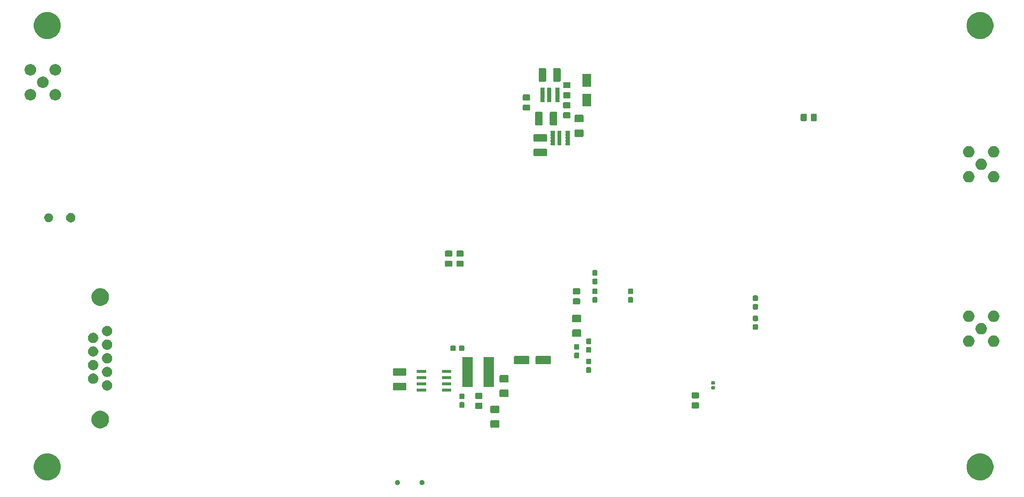
<source format=gbr>
G04 #@! TF.GenerationSoftware,KiCad,Pcbnew,(5.1.2)-1*
G04 #@! TF.CreationDate,2019-08-22T15:05:39-05:00*
G04 #@! TF.ProjectId,EMI_sensor_control_Rev1.0,454d495f-7365-46e7-936f-725f636f6e74,rev?*
G04 #@! TF.SameCoordinates,Original*
G04 #@! TF.FileFunction,Soldermask,Bot*
G04 #@! TF.FilePolarity,Negative*
%FSLAX46Y46*%
G04 Gerber Fmt 4.6, Leading zero omitted, Abs format (unit mm)*
G04 Created by KiCad (PCBNEW (5.1.2)-1) date 2019-08-22 15:05:39*
%MOMM*%
%LPD*%
G04 APERTURE LIST*
%ADD10C,0.100000*%
G04 APERTURE END LIST*
D10*
G36*
X138642819Y-147211433D02*
G01*
X138733992Y-147249199D01*
X138816049Y-147304028D01*
X138885832Y-147373811D01*
X138940661Y-147455868D01*
X138978427Y-147547041D01*
X138997680Y-147643836D01*
X138997680Y-147742524D01*
X138978427Y-147839319D01*
X138940661Y-147930492D01*
X138885832Y-148012549D01*
X138816049Y-148082332D01*
X138733992Y-148137161D01*
X138642819Y-148174927D01*
X138546024Y-148194180D01*
X138447336Y-148194180D01*
X138350541Y-148174927D01*
X138259368Y-148137161D01*
X138177311Y-148082332D01*
X138107528Y-148012549D01*
X138052699Y-147930492D01*
X138014933Y-147839319D01*
X137995680Y-147742524D01*
X137995680Y-147643836D01*
X138014933Y-147547041D01*
X138052699Y-147455868D01*
X138107528Y-147373811D01*
X138177311Y-147304028D01*
X138259368Y-147249199D01*
X138350541Y-147211433D01*
X138447336Y-147192180D01*
X138546024Y-147192180D01*
X138642819Y-147211433D01*
X138642819Y-147211433D01*
G37*
G36*
X133642819Y-147211433D02*
G01*
X133733992Y-147249199D01*
X133816049Y-147304028D01*
X133885832Y-147373811D01*
X133940661Y-147455868D01*
X133978427Y-147547041D01*
X133997680Y-147643836D01*
X133997680Y-147742524D01*
X133978427Y-147839319D01*
X133940661Y-147930492D01*
X133885832Y-148012549D01*
X133816049Y-148082332D01*
X133733992Y-148137161D01*
X133642819Y-148174927D01*
X133546024Y-148194180D01*
X133447336Y-148194180D01*
X133350541Y-148174927D01*
X133259368Y-148137161D01*
X133177311Y-148082332D01*
X133107528Y-148012549D01*
X133052699Y-147930492D01*
X133014933Y-147839319D01*
X132995680Y-147742524D01*
X132995680Y-147643836D01*
X133014933Y-147547041D01*
X133052699Y-147455868D01*
X133107528Y-147373811D01*
X133177311Y-147304028D01*
X133259368Y-147249199D01*
X133350541Y-147211433D01*
X133447336Y-147192180D01*
X133546024Y-147192180D01*
X133642819Y-147211433D01*
X133642819Y-147211433D01*
G37*
G36*
X62930837Y-141880719D02*
G01*
X63431487Y-142088095D01*
X63431488Y-142088096D01*
X63882062Y-142389160D01*
X64265240Y-142772338D01*
X64265241Y-142772340D01*
X64566305Y-143222913D01*
X64773681Y-143723563D01*
X64879400Y-144255050D01*
X64879400Y-144796950D01*
X64773681Y-145328437D01*
X64566305Y-145829087D01*
X64566304Y-145829088D01*
X64265240Y-146279662D01*
X63882062Y-146662840D01*
X63729724Y-146764629D01*
X63431487Y-146963905D01*
X62930837Y-147171281D01*
X62399350Y-147277000D01*
X61857450Y-147277000D01*
X61325963Y-147171281D01*
X60825313Y-146963905D01*
X60527076Y-146764629D01*
X60374738Y-146662840D01*
X59991560Y-146279662D01*
X59690496Y-145829088D01*
X59690495Y-145829087D01*
X59483119Y-145328437D01*
X59377400Y-144796950D01*
X59377400Y-144255050D01*
X59483119Y-143723563D01*
X59690495Y-143222913D01*
X59991559Y-142772340D01*
X59991560Y-142772338D01*
X60374738Y-142389160D01*
X60825312Y-142088096D01*
X60825313Y-142088095D01*
X61325963Y-141880719D01*
X61857450Y-141775000D01*
X62399350Y-141775000D01*
X62930837Y-141880719D01*
X62930837Y-141880719D01*
G37*
G36*
X253024437Y-141880719D02*
G01*
X253525087Y-142088095D01*
X253525088Y-142088096D01*
X253975662Y-142389160D01*
X254358840Y-142772338D01*
X254358841Y-142772340D01*
X254659905Y-143222913D01*
X254867281Y-143723563D01*
X254973000Y-144255050D01*
X254973000Y-144796950D01*
X254867281Y-145328437D01*
X254659905Y-145829087D01*
X254659904Y-145829088D01*
X254358840Y-146279662D01*
X253975662Y-146662840D01*
X253823324Y-146764629D01*
X253525087Y-146963905D01*
X253024437Y-147171281D01*
X252492950Y-147277000D01*
X251951050Y-147277000D01*
X251419563Y-147171281D01*
X250918913Y-146963905D01*
X250620676Y-146764629D01*
X250468338Y-146662840D01*
X250085160Y-146279662D01*
X249784096Y-145829088D01*
X249784095Y-145829087D01*
X249576719Y-145328437D01*
X249471000Y-144796950D01*
X249471000Y-144255050D01*
X249576719Y-143723563D01*
X249784095Y-143222913D01*
X250085159Y-142772340D01*
X250085160Y-142772338D01*
X250468338Y-142389160D01*
X250918912Y-142088096D01*
X250918913Y-142088095D01*
X251419563Y-141880719D01*
X251951050Y-141775000D01*
X252492950Y-141775000D01*
X253024437Y-141880719D01*
X253024437Y-141880719D01*
G37*
G36*
X73423332Y-133127712D02*
G01*
X73751093Y-133263475D01*
X73751094Y-133263476D01*
X73751097Y-133263477D01*
X74046071Y-133460572D01*
X74296928Y-133711429D01*
X74494023Y-134006403D01*
X74494024Y-134006406D01*
X74494025Y-134006407D01*
X74629788Y-134334168D01*
X74699000Y-134682117D01*
X74699000Y-135036883D01*
X74664928Y-135208171D01*
X74629788Y-135384831D01*
X74494023Y-135712597D01*
X74296928Y-136007571D01*
X74046071Y-136258428D01*
X73751097Y-136455523D01*
X73751094Y-136455524D01*
X73751093Y-136455525D01*
X73423332Y-136591288D01*
X73075383Y-136660500D01*
X72720617Y-136660500D01*
X72372668Y-136591288D01*
X72044907Y-136455525D01*
X72044906Y-136455524D01*
X72044903Y-136455523D01*
X71749929Y-136258428D01*
X71499072Y-136007571D01*
X71301977Y-135712597D01*
X71166212Y-135384831D01*
X71131072Y-135208171D01*
X71097000Y-135036883D01*
X71097000Y-134682117D01*
X71166212Y-134334168D01*
X71301975Y-134006407D01*
X71301976Y-134006406D01*
X71301977Y-134006403D01*
X71499072Y-133711429D01*
X71749929Y-133460572D01*
X72044903Y-133263477D01*
X72044906Y-133263476D01*
X72044907Y-133263475D01*
X72372668Y-133127712D01*
X72720617Y-133058500D01*
X73075383Y-133058500D01*
X73423332Y-133127712D01*
X73423332Y-133127712D01*
G37*
G36*
X154091131Y-134997344D02*
G01*
X154135935Y-135010935D01*
X154177223Y-135033004D01*
X154213414Y-135062706D01*
X154243116Y-135098897D01*
X154265185Y-135140185D01*
X154278776Y-135184989D01*
X154283580Y-135233766D01*
X154283580Y-136278314D01*
X154278776Y-136327091D01*
X154265185Y-136371895D01*
X154243116Y-136413183D01*
X154213414Y-136449374D01*
X154177223Y-136479076D01*
X154135935Y-136501145D01*
X154091131Y-136514736D01*
X154042354Y-136519540D01*
X152672806Y-136519540D01*
X152624029Y-136514736D01*
X152579225Y-136501145D01*
X152537937Y-136479076D01*
X152501746Y-136449374D01*
X152472044Y-136413183D01*
X152449975Y-136371895D01*
X152436384Y-136327091D01*
X152431580Y-136278314D01*
X152431580Y-135233766D01*
X152436384Y-135184989D01*
X152449975Y-135140185D01*
X152472044Y-135098897D01*
X152501746Y-135062706D01*
X152537937Y-135033004D01*
X152579225Y-135010935D01*
X152624029Y-134997344D01*
X152672806Y-134992540D01*
X154042354Y-134992540D01*
X154091131Y-134997344D01*
X154091131Y-134997344D01*
G37*
G36*
X154091131Y-132022344D02*
G01*
X154135935Y-132035935D01*
X154177223Y-132058004D01*
X154213414Y-132087706D01*
X154243116Y-132123897D01*
X154265185Y-132165185D01*
X154278776Y-132209989D01*
X154283580Y-132258766D01*
X154283580Y-133303314D01*
X154278776Y-133352091D01*
X154265185Y-133396895D01*
X154243116Y-133438183D01*
X154213414Y-133474374D01*
X154177223Y-133504076D01*
X154135935Y-133526145D01*
X154091131Y-133539736D01*
X154042354Y-133544540D01*
X152672806Y-133544540D01*
X152624029Y-133539736D01*
X152579225Y-133526145D01*
X152537937Y-133504076D01*
X152501746Y-133474374D01*
X152472044Y-133438183D01*
X152449975Y-133396895D01*
X152436384Y-133352091D01*
X152431580Y-133303314D01*
X152431580Y-132258766D01*
X152436384Y-132209989D01*
X152449975Y-132165185D01*
X152472044Y-132123897D01*
X152501746Y-132087706D01*
X152537937Y-132058004D01*
X152579225Y-132035935D01*
X152624029Y-132022344D01*
X152672806Y-132017540D01*
X154042354Y-132017540D01*
X154091131Y-132022344D01*
X154091131Y-132022344D01*
G37*
G36*
X150620386Y-131454098D02*
G01*
X150666688Y-131468144D01*
X150709368Y-131490956D01*
X150746769Y-131521651D01*
X150777464Y-131559052D01*
X150800276Y-131601732D01*
X150814322Y-131648034D01*
X150819280Y-131698374D01*
X150819280Y-132451906D01*
X150814322Y-132502246D01*
X150800276Y-132548548D01*
X150777464Y-132591228D01*
X150746769Y-132628629D01*
X150709368Y-132659324D01*
X150666688Y-132682136D01*
X150620386Y-132696182D01*
X150570046Y-132701140D01*
X149566514Y-132701140D01*
X149516174Y-132696182D01*
X149469872Y-132682136D01*
X149427192Y-132659324D01*
X149389791Y-132628629D01*
X149359096Y-132591228D01*
X149336284Y-132548548D01*
X149322238Y-132502246D01*
X149317280Y-132451906D01*
X149317280Y-131698374D01*
X149322238Y-131648034D01*
X149336284Y-131601732D01*
X149359096Y-131559052D01*
X149389791Y-131521651D01*
X149427192Y-131490956D01*
X149469872Y-131468144D01*
X149516174Y-131454098D01*
X149566514Y-131449140D01*
X150570046Y-131449140D01*
X150620386Y-131454098D01*
X150620386Y-131454098D01*
G37*
G36*
X194760506Y-131357358D02*
G01*
X194806808Y-131371404D01*
X194849488Y-131394216D01*
X194886889Y-131424911D01*
X194917584Y-131462312D01*
X194940396Y-131504992D01*
X194954442Y-131551294D01*
X194959400Y-131601634D01*
X194959400Y-132355166D01*
X194954442Y-132405506D01*
X194940396Y-132451808D01*
X194917584Y-132494488D01*
X194886889Y-132531889D01*
X194849488Y-132562584D01*
X194806808Y-132585396D01*
X194760506Y-132599442D01*
X194710166Y-132604400D01*
X193706634Y-132604400D01*
X193656294Y-132599442D01*
X193609992Y-132585396D01*
X193567312Y-132562584D01*
X193529911Y-132531889D01*
X193499216Y-132494488D01*
X193476404Y-132451808D01*
X193462358Y-132405506D01*
X193457400Y-132355166D01*
X193457400Y-131601634D01*
X193462358Y-131551294D01*
X193476404Y-131504992D01*
X193499216Y-131462312D01*
X193529911Y-131424911D01*
X193567312Y-131394216D01*
X193609992Y-131371404D01*
X193656294Y-131357358D01*
X193706634Y-131352400D01*
X194710166Y-131352400D01*
X194760506Y-131357358D01*
X194760506Y-131357358D01*
G37*
G36*
X146951115Y-131315737D02*
G01*
X146996245Y-131329427D01*
X147037830Y-131351655D01*
X147074287Y-131381573D01*
X147104205Y-131418030D01*
X147126433Y-131459615D01*
X147140123Y-131504745D01*
X147144960Y-131553858D01*
X147144960Y-132219942D01*
X147140123Y-132269055D01*
X147126433Y-132314185D01*
X147104205Y-132355770D01*
X147074287Y-132392227D01*
X147037830Y-132422145D01*
X146996245Y-132444373D01*
X146951115Y-132458063D01*
X146902002Y-132462900D01*
X146335918Y-132462900D01*
X146286805Y-132458063D01*
X146241675Y-132444373D01*
X146200090Y-132422145D01*
X146163633Y-132392227D01*
X146133715Y-132355770D01*
X146111487Y-132314185D01*
X146097797Y-132269055D01*
X146092960Y-132219942D01*
X146092960Y-131553858D01*
X146097797Y-131504745D01*
X146111487Y-131459615D01*
X146133715Y-131418030D01*
X146163633Y-131381573D01*
X146200090Y-131351655D01*
X146241675Y-131329427D01*
X146286805Y-131315737D01*
X146335918Y-131310900D01*
X146902002Y-131310900D01*
X146951115Y-131315737D01*
X146951115Y-131315737D01*
G37*
G36*
X146951115Y-129565737D02*
G01*
X146996245Y-129579427D01*
X147037830Y-129601655D01*
X147074287Y-129631573D01*
X147104205Y-129668030D01*
X147126433Y-129709615D01*
X147140123Y-129754745D01*
X147144960Y-129803858D01*
X147144960Y-130469942D01*
X147140123Y-130519055D01*
X147126433Y-130564185D01*
X147104205Y-130605770D01*
X147074287Y-130642227D01*
X147037830Y-130672145D01*
X146996245Y-130694373D01*
X146951115Y-130708063D01*
X146902002Y-130712900D01*
X146335918Y-130712900D01*
X146286805Y-130708063D01*
X146241675Y-130694373D01*
X146200090Y-130672145D01*
X146163633Y-130642227D01*
X146133715Y-130605770D01*
X146111487Y-130564185D01*
X146097797Y-130519055D01*
X146092960Y-130469942D01*
X146092960Y-129803858D01*
X146097797Y-129754745D01*
X146111487Y-129709615D01*
X146133715Y-129668030D01*
X146163633Y-129631573D01*
X146200090Y-129601655D01*
X146241675Y-129579427D01*
X146286805Y-129565737D01*
X146335918Y-129560900D01*
X146902002Y-129560900D01*
X146951115Y-129565737D01*
X146951115Y-129565737D01*
G37*
G36*
X150620386Y-129404098D02*
G01*
X150666688Y-129418144D01*
X150709368Y-129440956D01*
X150746769Y-129471651D01*
X150777464Y-129509052D01*
X150800276Y-129551732D01*
X150814322Y-129598034D01*
X150819280Y-129648374D01*
X150819280Y-130401906D01*
X150814322Y-130452246D01*
X150800276Y-130498548D01*
X150777464Y-130541228D01*
X150746769Y-130578629D01*
X150709368Y-130609324D01*
X150666688Y-130632136D01*
X150620386Y-130646182D01*
X150570046Y-130651140D01*
X149566514Y-130651140D01*
X149516174Y-130646182D01*
X149469872Y-130632136D01*
X149427192Y-130609324D01*
X149389791Y-130578629D01*
X149359096Y-130541228D01*
X149336284Y-130498548D01*
X149322238Y-130452246D01*
X149317280Y-130401906D01*
X149317280Y-129648374D01*
X149322238Y-129598034D01*
X149336284Y-129551732D01*
X149359096Y-129509052D01*
X149389791Y-129471651D01*
X149427192Y-129440956D01*
X149469872Y-129418144D01*
X149516174Y-129404098D01*
X149566514Y-129399140D01*
X150570046Y-129399140D01*
X150620386Y-129404098D01*
X150620386Y-129404098D01*
G37*
G36*
X194760506Y-129307358D02*
G01*
X194806808Y-129321404D01*
X194849488Y-129344216D01*
X194886889Y-129374911D01*
X194917584Y-129412312D01*
X194940396Y-129454992D01*
X194954442Y-129501294D01*
X194959400Y-129551634D01*
X194959400Y-130305166D01*
X194954442Y-130355506D01*
X194940396Y-130401808D01*
X194917584Y-130444488D01*
X194886889Y-130481889D01*
X194849488Y-130512584D01*
X194806808Y-130535396D01*
X194760506Y-130549442D01*
X194710166Y-130554400D01*
X193706634Y-130554400D01*
X193656294Y-130549442D01*
X193609992Y-130535396D01*
X193567312Y-130512584D01*
X193529911Y-130481889D01*
X193499216Y-130444488D01*
X193476404Y-130401808D01*
X193462358Y-130355506D01*
X193457400Y-130305166D01*
X193457400Y-129551634D01*
X193462358Y-129501294D01*
X193476404Y-129454992D01*
X193499216Y-129412312D01*
X193529911Y-129374911D01*
X193567312Y-129344216D01*
X193609992Y-129321404D01*
X193656294Y-129307358D01*
X193706634Y-129302400D01*
X194710166Y-129302400D01*
X194760506Y-129307358D01*
X194760506Y-129307358D01*
G37*
G36*
X155955491Y-128745744D02*
G01*
X156000295Y-128759335D01*
X156041583Y-128781404D01*
X156077774Y-128811106D01*
X156107476Y-128847297D01*
X156129545Y-128888585D01*
X156143136Y-128933389D01*
X156147940Y-128982166D01*
X156147940Y-130026714D01*
X156143136Y-130075491D01*
X156129545Y-130120295D01*
X156107476Y-130161583D01*
X156077774Y-130197774D01*
X156041583Y-130227476D01*
X156000295Y-130249545D01*
X155955491Y-130263136D01*
X155906714Y-130267940D01*
X154537166Y-130267940D01*
X154488389Y-130263136D01*
X154443585Y-130249545D01*
X154402297Y-130227476D01*
X154366106Y-130197774D01*
X154336404Y-130161583D01*
X154314335Y-130120295D01*
X154300744Y-130075491D01*
X154295940Y-130026714D01*
X154295940Y-128982166D01*
X154300744Y-128933389D01*
X154314335Y-128888585D01*
X154336404Y-128847297D01*
X154366106Y-128811106D01*
X154402297Y-128781404D01*
X154443585Y-128759335D01*
X154488389Y-128745744D01*
X154537166Y-128740940D01*
X155906714Y-128740940D01*
X155955491Y-128745744D01*
X155955491Y-128745744D01*
G37*
G36*
X144450000Y-129156660D02*
G01*
X142570000Y-129156660D01*
X142570000Y-128521260D01*
X144450000Y-128521260D01*
X144450000Y-129156660D01*
X144450000Y-129156660D01*
G37*
G36*
X139319200Y-129156660D02*
G01*
X137439200Y-129156660D01*
X137439200Y-128521260D01*
X139319200Y-128521260D01*
X139319200Y-129156660D01*
X139319200Y-129156660D01*
G37*
G36*
X74624565Y-126893890D02*
G01*
X74815835Y-126973116D01*
X74987973Y-127088135D01*
X75134365Y-127234527D01*
X75249384Y-127406665D01*
X75328610Y-127597935D01*
X75369000Y-127800986D01*
X75369000Y-128008014D01*
X75328610Y-128211065D01*
X75249384Y-128402335D01*
X75134365Y-128574473D01*
X74987973Y-128720865D01*
X74815835Y-128835884D01*
X74624565Y-128915110D01*
X74421514Y-128955500D01*
X74214486Y-128955500D01*
X74011435Y-128915110D01*
X73820165Y-128835884D01*
X73648027Y-128720865D01*
X73501635Y-128574473D01*
X73386616Y-128402335D01*
X73307390Y-128211065D01*
X73267000Y-128008014D01*
X73267000Y-127800986D01*
X73307390Y-127597935D01*
X73386616Y-127406665D01*
X73501635Y-127234527D01*
X73648027Y-127088135D01*
X73820165Y-126973116D01*
X74011435Y-126893890D01*
X74214486Y-126853500D01*
X74421514Y-126853500D01*
X74624565Y-126893890D01*
X74624565Y-126893890D01*
G37*
G36*
X135138071Y-127373204D02*
G01*
X135182875Y-127386795D01*
X135224163Y-127408864D01*
X135260354Y-127438566D01*
X135290056Y-127474757D01*
X135312125Y-127516045D01*
X135325716Y-127560849D01*
X135330520Y-127609626D01*
X135330520Y-128654174D01*
X135325716Y-128702951D01*
X135312125Y-128747755D01*
X135290056Y-128789043D01*
X135260354Y-128825234D01*
X135224163Y-128854936D01*
X135182875Y-128877005D01*
X135138071Y-128890596D01*
X135089294Y-128895400D01*
X132819746Y-128895400D01*
X132770969Y-128890596D01*
X132726165Y-128877005D01*
X132684877Y-128854936D01*
X132648686Y-128825234D01*
X132618984Y-128789043D01*
X132596915Y-128747755D01*
X132583324Y-128702951D01*
X132578520Y-128654174D01*
X132578520Y-127609626D01*
X132583324Y-127560849D01*
X132596915Y-127516045D01*
X132618984Y-127474757D01*
X132648686Y-127438566D01*
X132684877Y-127408864D01*
X132726165Y-127386795D01*
X132770969Y-127373204D01*
X132819746Y-127368400D01*
X135089294Y-127368400D01*
X135138071Y-127373204D01*
X135138071Y-127373204D01*
G37*
G36*
X198077498Y-128028708D02*
G01*
X198105742Y-128037276D01*
X198131771Y-128051188D01*
X198154587Y-128069913D01*
X198173312Y-128092729D01*
X198187224Y-128118758D01*
X198195792Y-128147002D01*
X198198900Y-128178559D01*
X198198900Y-128564641D01*
X198195792Y-128596198D01*
X198187224Y-128624442D01*
X198173312Y-128650471D01*
X198154587Y-128673287D01*
X198131771Y-128692012D01*
X198105742Y-128705924D01*
X198077498Y-128714492D01*
X198045941Y-128717600D01*
X197609859Y-128717600D01*
X197578302Y-128714492D01*
X197550058Y-128705924D01*
X197524029Y-128692012D01*
X197501213Y-128673287D01*
X197482488Y-128650471D01*
X197468576Y-128624442D01*
X197460008Y-128596198D01*
X197456900Y-128564641D01*
X197456900Y-128178559D01*
X197460008Y-128147002D01*
X197468576Y-128118758D01*
X197482488Y-128092729D01*
X197501213Y-128069913D01*
X197524029Y-128051188D01*
X197550058Y-128037276D01*
X197578302Y-128028708D01*
X197609859Y-128025600D01*
X198045941Y-128025600D01*
X198077498Y-128028708D01*
X198077498Y-128028708D01*
G37*
G36*
X153164740Y-128249880D02*
G01*
X151056140Y-128249880D01*
X151056140Y-122153480D01*
X153164740Y-122153480D01*
X153164740Y-128249880D01*
X153164740Y-128249880D01*
G37*
G36*
X148846740Y-128249880D02*
G01*
X146738140Y-128249880D01*
X146738140Y-122153480D01*
X148846740Y-122153480D01*
X148846740Y-128249880D01*
X148846740Y-128249880D01*
G37*
G36*
X144450000Y-127886660D02*
G01*
X142570000Y-127886660D01*
X142570000Y-127251260D01*
X144450000Y-127251260D01*
X144450000Y-127886660D01*
X144450000Y-127886660D01*
G37*
G36*
X139319200Y-127886660D02*
G01*
X137439200Y-127886660D01*
X137439200Y-127251260D01*
X139319200Y-127251260D01*
X139319200Y-127886660D01*
X139319200Y-127886660D01*
G37*
G36*
X198077498Y-127058708D02*
G01*
X198105742Y-127067276D01*
X198131771Y-127081188D01*
X198154587Y-127099913D01*
X198173312Y-127122729D01*
X198187224Y-127148758D01*
X198195792Y-127177002D01*
X198198900Y-127208559D01*
X198198900Y-127594641D01*
X198195792Y-127626198D01*
X198187224Y-127654442D01*
X198173312Y-127680471D01*
X198154587Y-127703287D01*
X198131771Y-127722012D01*
X198105742Y-127735924D01*
X198077498Y-127744492D01*
X198045941Y-127747600D01*
X197609859Y-127747600D01*
X197578302Y-127744492D01*
X197550058Y-127735924D01*
X197524029Y-127722012D01*
X197501213Y-127703287D01*
X197482488Y-127680471D01*
X197468576Y-127654442D01*
X197460008Y-127626198D01*
X197456900Y-127594641D01*
X197456900Y-127208559D01*
X197460008Y-127177002D01*
X197468576Y-127148758D01*
X197482488Y-127122729D01*
X197501213Y-127099913D01*
X197524029Y-127081188D01*
X197550058Y-127067276D01*
X197578302Y-127058708D01*
X197609859Y-127055600D01*
X198045941Y-127055600D01*
X198077498Y-127058708D01*
X198077498Y-127058708D01*
G37*
G36*
X71784565Y-125508890D02*
G01*
X71975835Y-125588116D01*
X72147973Y-125703135D01*
X72294365Y-125849527D01*
X72409384Y-126021665D01*
X72488610Y-126212935D01*
X72529000Y-126415986D01*
X72529000Y-126623014D01*
X72488610Y-126826065D01*
X72409384Y-127017335D01*
X72294365Y-127189473D01*
X72147973Y-127335865D01*
X71975835Y-127450884D01*
X71784565Y-127530110D01*
X71581514Y-127570500D01*
X71374486Y-127570500D01*
X71171435Y-127530110D01*
X70980165Y-127450884D01*
X70808027Y-127335865D01*
X70661635Y-127189473D01*
X70546616Y-127017335D01*
X70467390Y-126826065D01*
X70427000Y-126623014D01*
X70427000Y-126415986D01*
X70467390Y-126212935D01*
X70546616Y-126021665D01*
X70661635Y-125849527D01*
X70808027Y-125703135D01*
X70980165Y-125588116D01*
X71171435Y-125508890D01*
X71374486Y-125468500D01*
X71581514Y-125468500D01*
X71784565Y-125508890D01*
X71784565Y-125508890D01*
G37*
G36*
X155955491Y-125770744D02*
G01*
X156000295Y-125784335D01*
X156041583Y-125806404D01*
X156077774Y-125836106D01*
X156107476Y-125872297D01*
X156129545Y-125913585D01*
X156143136Y-125958389D01*
X156147940Y-126007166D01*
X156147940Y-127051714D01*
X156143136Y-127100491D01*
X156129545Y-127145295D01*
X156107476Y-127186583D01*
X156077774Y-127222774D01*
X156041583Y-127252476D01*
X156000295Y-127274545D01*
X155955491Y-127288136D01*
X155906714Y-127292940D01*
X154537166Y-127292940D01*
X154488389Y-127288136D01*
X154443585Y-127274545D01*
X154402297Y-127252476D01*
X154366106Y-127222774D01*
X154336404Y-127186583D01*
X154314335Y-127145295D01*
X154300744Y-127100491D01*
X154295940Y-127051714D01*
X154295940Y-126007166D01*
X154300744Y-125958389D01*
X154314335Y-125913585D01*
X154336404Y-125872297D01*
X154366106Y-125836106D01*
X154402297Y-125806404D01*
X154443585Y-125784335D01*
X154488389Y-125770744D01*
X154537166Y-125765940D01*
X155906714Y-125765940D01*
X155955491Y-125770744D01*
X155955491Y-125770744D01*
G37*
G36*
X144450000Y-126616660D02*
G01*
X142570000Y-126616660D01*
X142570000Y-125981260D01*
X144450000Y-125981260D01*
X144450000Y-126616660D01*
X144450000Y-126616660D01*
G37*
G36*
X139319200Y-126616660D02*
G01*
X137439200Y-126616660D01*
X137439200Y-125981260D01*
X139319200Y-125981260D01*
X139319200Y-126616660D01*
X139319200Y-126616660D01*
G37*
G36*
X74624565Y-124123890D02*
G01*
X74815835Y-124203116D01*
X74987973Y-124318135D01*
X75134365Y-124464527D01*
X75249384Y-124636665D01*
X75328610Y-124827935D01*
X75369000Y-125030986D01*
X75369000Y-125238014D01*
X75328610Y-125441065D01*
X75249384Y-125632335D01*
X75134365Y-125804473D01*
X74987973Y-125950865D01*
X74815835Y-126065884D01*
X74624565Y-126145110D01*
X74421514Y-126185500D01*
X74214486Y-126185500D01*
X74011435Y-126145110D01*
X73820165Y-126065884D01*
X73648027Y-125950865D01*
X73501635Y-125804473D01*
X73386616Y-125632335D01*
X73307390Y-125441065D01*
X73267000Y-125238014D01*
X73267000Y-125030986D01*
X73307390Y-124827935D01*
X73386616Y-124636665D01*
X73501635Y-124464527D01*
X73648027Y-124318135D01*
X73820165Y-124203116D01*
X74011435Y-124123890D01*
X74214486Y-124083500D01*
X74421514Y-124083500D01*
X74624565Y-124123890D01*
X74624565Y-124123890D01*
G37*
G36*
X135138071Y-124398204D02*
G01*
X135182875Y-124411795D01*
X135224163Y-124433864D01*
X135260354Y-124463566D01*
X135290056Y-124499757D01*
X135312125Y-124541045D01*
X135325716Y-124585849D01*
X135330520Y-124634626D01*
X135330520Y-125679174D01*
X135325716Y-125727951D01*
X135312125Y-125772755D01*
X135290056Y-125814043D01*
X135260354Y-125850234D01*
X135224163Y-125879936D01*
X135182875Y-125902005D01*
X135138071Y-125915596D01*
X135089294Y-125920400D01*
X132819746Y-125920400D01*
X132770969Y-125915596D01*
X132726165Y-125902005D01*
X132684877Y-125879936D01*
X132648686Y-125850234D01*
X132618984Y-125814043D01*
X132596915Y-125772755D01*
X132583324Y-125727951D01*
X132578520Y-125679174D01*
X132578520Y-124634626D01*
X132583324Y-124585849D01*
X132596915Y-124541045D01*
X132618984Y-124499757D01*
X132648686Y-124463566D01*
X132684877Y-124433864D01*
X132726165Y-124411795D01*
X132770969Y-124398204D01*
X132819746Y-124393400D01*
X135089294Y-124393400D01*
X135138071Y-124398204D01*
X135138071Y-124398204D01*
G37*
G36*
X144450000Y-125346660D02*
G01*
X142570000Y-125346660D01*
X142570000Y-124711260D01*
X144450000Y-124711260D01*
X144450000Y-125346660D01*
X144450000Y-125346660D01*
G37*
G36*
X139319200Y-125346660D02*
G01*
X137439200Y-125346660D01*
X137439200Y-124711260D01*
X139319200Y-124711260D01*
X139319200Y-125346660D01*
X139319200Y-125346660D01*
G37*
G36*
X172798155Y-124193637D02*
G01*
X172843285Y-124207327D01*
X172884870Y-124229555D01*
X172921327Y-124259473D01*
X172951245Y-124295930D01*
X172973473Y-124337515D01*
X172987163Y-124382645D01*
X172992000Y-124431758D01*
X172992000Y-125097842D01*
X172987163Y-125146955D01*
X172973473Y-125192085D01*
X172951245Y-125233670D01*
X172921327Y-125270127D01*
X172884870Y-125300045D01*
X172843285Y-125322273D01*
X172798155Y-125335963D01*
X172749042Y-125340800D01*
X172182958Y-125340800D01*
X172133845Y-125335963D01*
X172088715Y-125322273D01*
X172047130Y-125300045D01*
X172010673Y-125270127D01*
X171980755Y-125233670D01*
X171958527Y-125192085D01*
X171944837Y-125146955D01*
X171940000Y-125097842D01*
X171940000Y-124431758D01*
X171944837Y-124382645D01*
X171958527Y-124337515D01*
X171980755Y-124295930D01*
X172010673Y-124259473D01*
X172047130Y-124229555D01*
X172088715Y-124207327D01*
X172133845Y-124193637D01*
X172182958Y-124188800D01*
X172749042Y-124188800D01*
X172798155Y-124193637D01*
X172798155Y-124193637D01*
G37*
G36*
X71784565Y-122738890D02*
G01*
X71975835Y-122818116D01*
X72147973Y-122933135D01*
X72294365Y-123079527D01*
X72409384Y-123251665D01*
X72488610Y-123442935D01*
X72529000Y-123645986D01*
X72529000Y-123853014D01*
X72488610Y-124056065D01*
X72409384Y-124247335D01*
X72294365Y-124419473D01*
X72147973Y-124565865D01*
X71975835Y-124680884D01*
X71784565Y-124760110D01*
X71581514Y-124800500D01*
X71374486Y-124800500D01*
X71171435Y-124760110D01*
X70980165Y-124680884D01*
X70808027Y-124565865D01*
X70661635Y-124419473D01*
X70546616Y-124247335D01*
X70467390Y-124056065D01*
X70427000Y-123853014D01*
X70427000Y-123645986D01*
X70467390Y-123442935D01*
X70546616Y-123251665D01*
X70661635Y-123079527D01*
X70808027Y-122933135D01*
X70980165Y-122818116D01*
X71171435Y-122738890D01*
X71374486Y-122698500D01*
X71581514Y-122698500D01*
X71784565Y-122738890D01*
X71784565Y-122738890D01*
G37*
G36*
X172798155Y-122443637D02*
G01*
X172843285Y-122457327D01*
X172884870Y-122479555D01*
X172921327Y-122509473D01*
X172951245Y-122545930D01*
X172973473Y-122587515D01*
X172987163Y-122632645D01*
X172992000Y-122681758D01*
X172992000Y-123347842D01*
X172987163Y-123396955D01*
X172973473Y-123442085D01*
X172951245Y-123483670D01*
X172921327Y-123520127D01*
X172884870Y-123550045D01*
X172843285Y-123572273D01*
X172798155Y-123585963D01*
X172749042Y-123590800D01*
X172182958Y-123590800D01*
X172133845Y-123585963D01*
X172088715Y-123572273D01*
X172047130Y-123550045D01*
X172010673Y-123520127D01*
X171980755Y-123483670D01*
X171958527Y-123442085D01*
X171944837Y-123396955D01*
X171940000Y-123347842D01*
X171940000Y-122681758D01*
X171944837Y-122632645D01*
X171958527Y-122587515D01*
X171980755Y-122545930D01*
X172010673Y-122509473D01*
X172047130Y-122479555D01*
X172088715Y-122457327D01*
X172133845Y-122443637D01*
X172182958Y-122438800D01*
X172749042Y-122438800D01*
X172798155Y-122443637D01*
X172798155Y-122443637D01*
G37*
G36*
X160167381Y-121891614D02*
G01*
X160211496Y-121904996D01*
X160252151Y-121926726D01*
X160287788Y-121955972D01*
X160317034Y-121991609D01*
X160338764Y-122032264D01*
X160352146Y-122076379D01*
X160356880Y-122124442D01*
X160356880Y-123351318D01*
X160352146Y-123399381D01*
X160338764Y-123443496D01*
X160317034Y-123484151D01*
X160287788Y-123519788D01*
X160252151Y-123549034D01*
X160211496Y-123570764D01*
X160167381Y-123584146D01*
X160119318Y-123588880D01*
X157492442Y-123588880D01*
X157444379Y-123584146D01*
X157400264Y-123570764D01*
X157359609Y-123549034D01*
X157323972Y-123519788D01*
X157294726Y-123484151D01*
X157272996Y-123443496D01*
X157259614Y-123399381D01*
X157254880Y-123351318D01*
X157254880Y-122124442D01*
X157259614Y-122076379D01*
X157272996Y-122032264D01*
X157294726Y-121991609D01*
X157323972Y-121955972D01*
X157359609Y-121926726D01*
X157400264Y-121904996D01*
X157444379Y-121891614D01*
X157492442Y-121886880D01*
X160119318Y-121886880D01*
X160167381Y-121891614D01*
X160167381Y-121891614D01*
G37*
G36*
X164567381Y-121891614D02*
G01*
X164611496Y-121904996D01*
X164652151Y-121926726D01*
X164687788Y-121955972D01*
X164717034Y-121991609D01*
X164738764Y-122032264D01*
X164752146Y-122076379D01*
X164756880Y-122124442D01*
X164756880Y-123351318D01*
X164752146Y-123399381D01*
X164738764Y-123443496D01*
X164717034Y-123484151D01*
X164687788Y-123519788D01*
X164652151Y-123549034D01*
X164611496Y-123570764D01*
X164567381Y-123584146D01*
X164519318Y-123588880D01*
X161892442Y-123588880D01*
X161844379Y-123584146D01*
X161800264Y-123570764D01*
X161759609Y-123549034D01*
X161723972Y-123519788D01*
X161694726Y-123484151D01*
X161672996Y-123443496D01*
X161659614Y-123399381D01*
X161654880Y-123351318D01*
X161654880Y-122124442D01*
X161659614Y-122076379D01*
X161672996Y-122032264D01*
X161694726Y-121991609D01*
X161723972Y-121955972D01*
X161759609Y-121926726D01*
X161800264Y-121904996D01*
X161844379Y-121891614D01*
X161892442Y-121886880D01*
X164519318Y-121886880D01*
X164567381Y-121891614D01*
X164567381Y-121891614D01*
G37*
G36*
X74624565Y-121353890D02*
G01*
X74815835Y-121433116D01*
X74987973Y-121548135D01*
X75134365Y-121694527D01*
X75249384Y-121866665D01*
X75328610Y-122057935D01*
X75369000Y-122260986D01*
X75369000Y-122468014D01*
X75328610Y-122671065D01*
X75249384Y-122862335D01*
X75134365Y-123034473D01*
X74987973Y-123180865D01*
X74815835Y-123295884D01*
X74624565Y-123375110D01*
X74421514Y-123415500D01*
X74214486Y-123415500D01*
X74011435Y-123375110D01*
X73820165Y-123295884D01*
X73648027Y-123180865D01*
X73501635Y-123034473D01*
X73386616Y-122862335D01*
X73307390Y-122671065D01*
X73267000Y-122468014D01*
X73267000Y-122260986D01*
X73307390Y-122057935D01*
X73386616Y-121866665D01*
X73501635Y-121694527D01*
X73648027Y-121548135D01*
X73820165Y-121433116D01*
X74011435Y-121353890D01*
X74214486Y-121313500D01*
X74421514Y-121313500D01*
X74624565Y-121353890D01*
X74624565Y-121353890D01*
G37*
G36*
X170359755Y-121219237D02*
G01*
X170404885Y-121232927D01*
X170446470Y-121255155D01*
X170482927Y-121285073D01*
X170512845Y-121321530D01*
X170535073Y-121363115D01*
X170548763Y-121408245D01*
X170553600Y-121457358D01*
X170553600Y-122123442D01*
X170548763Y-122172555D01*
X170535073Y-122217685D01*
X170512845Y-122259270D01*
X170482927Y-122295727D01*
X170446470Y-122325645D01*
X170404885Y-122347873D01*
X170359755Y-122361563D01*
X170310642Y-122366400D01*
X169744558Y-122366400D01*
X169695445Y-122361563D01*
X169650315Y-122347873D01*
X169608730Y-122325645D01*
X169572273Y-122295727D01*
X169542355Y-122259270D01*
X169520127Y-122217685D01*
X169506437Y-122172555D01*
X169501600Y-122123442D01*
X169501600Y-121457358D01*
X169506437Y-121408245D01*
X169520127Y-121363115D01*
X169542355Y-121321530D01*
X169572273Y-121285073D01*
X169608730Y-121255155D01*
X169650315Y-121232927D01*
X169695445Y-121219237D01*
X169744558Y-121214400D01*
X170310642Y-121214400D01*
X170359755Y-121219237D01*
X170359755Y-121219237D01*
G37*
G36*
X71784565Y-119968890D02*
G01*
X71975835Y-120048116D01*
X72147973Y-120163135D01*
X72294365Y-120309527D01*
X72409384Y-120481665D01*
X72488610Y-120672935D01*
X72529000Y-120875986D01*
X72529000Y-121083014D01*
X72488610Y-121286065D01*
X72409384Y-121477335D01*
X72294365Y-121649473D01*
X72147973Y-121795865D01*
X71975835Y-121910884D01*
X71784565Y-121990110D01*
X71581514Y-122030500D01*
X71374486Y-122030500D01*
X71171435Y-121990110D01*
X70980165Y-121910884D01*
X70808027Y-121795865D01*
X70661635Y-121649473D01*
X70546616Y-121477335D01*
X70467390Y-121286065D01*
X70427000Y-121083014D01*
X70427000Y-120875986D01*
X70467390Y-120672935D01*
X70546616Y-120481665D01*
X70661635Y-120309527D01*
X70808027Y-120163135D01*
X70980165Y-120048116D01*
X71171435Y-119968890D01*
X71374486Y-119928500D01*
X71581514Y-119928500D01*
X71784565Y-119968890D01*
X71784565Y-119968890D01*
G37*
G36*
X172798155Y-120078837D02*
G01*
X172843285Y-120092527D01*
X172884870Y-120114755D01*
X172921327Y-120144673D01*
X172951245Y-120181130D01*
X172973473Y-120222715D01*
X172987163Y-120267845D01*
X172992000Y-120316958D01*
X172992000Y-120983042D01*
X172987163Y-121032155D01*
X172973473Y-121077285D01*
X172951245Y-121118870D01*
X172921327Y-121155327D01*
X172884870Y-121185245D01*
X172843285Y-121207473D01*
X172798155Y-121221163D01*
X172749042Y-121226000D01*
X172182958Y-121226000D01*
X172133845Y-121221163D01*
X172088715Y-121207473D01*
X172047130Y-121185245D01*
X172010673Y-121155327D01*
X171980755Y-121118870D01*
X171958527Y-121077285D01*
X171944837Y-121032155D01*
X171940000Y-120983042D01*
X171940000Y-120316958D01*
X171944837Y-120267845D01*
X171958527Y-120222715D01*
X171980755Y-120181130D01*
X172010673Y-120144673D01*
X172047130Y-120114755D01*
X172088715Y-120092527D01*
X172133845Y-120078837D01*
X172182958Y-120074000D01*
X172749042Y-120074000D01*
X172798155Y-120078837D01*
X172798155Y-120078837D01*
G37*
G36*
X146961715Y-119788477D02*
G01*
X147006845Y-119802167D01*
X147048430Y-119824395D01*
X147084887Y-119854313D01*
X147114805Y-119890770D01*
X147137033Y-119932355D01*
X147150723Y-119977485D01*
X147155560Y-120026598D01*
X147155560Y-120592682D01*
X147150723Y-120641795D01*
X147137033Y-120686925D01*
X147114805Y-120728510D01*
X147084887Y-120764967D01*
X147048430Y-120794885D01*
X147006845Y-120817113D01*
X146961715Y-120830803D01*
X146912602Y-120835640D01*
X146246518Y-120835640D01*
X146197405Y-120830803D01*
X146152275Y-120817113D01*
X146110690Y-120794885D01*
X146074233Y-120764967D01*
X146044315Y-120728510D01*
X146022087Y-120686925D01*
X146008397Y-120641795D01*
X146003560Y-120592682D01*
X146003560Y-120026598D01*
X146008397Y-119977485D01*
X146022087Y-119932355D01*
X146044315Y-119890770D01*
X146074233Y-119854313D01*
X146110690Y-119824395D01*
X146152275Y-119802167D01*
X146197405Y-119788477D01*
X146246518Y-119783640D01*
X146912602Y-119783640D01*
X146961715Y-119788477D01*
X146961715Y-119788477D01*
G37*
G36*
X145211715Y-119788477D02*
G01*
X145256845Y-119802167D01*
X145298430Y-119824395D01*
X145334887Y-119854313D01*
X145364805Y-119890770D01*
X145387033Y-119932355D01*
X145400723Y-119977485D01*
X145405560Y-120026598D01*
X145405560Y-120592682D01*
X145400723Y-120641795D01*
X145387033Y-120686925D01*
X145364805Y-120728510D01*
X145334887Y-120764967D01*
X145298430Y-120794885D01*
X145256845Y-120817113D01*
X145211715Y-120830803D01*
X145162602Y-120835640D01*
X144496518Y-120835640D01*
X144447405Y-120830803D01*
X144402275Y-120817113D01*
X144360690Y-120794885D01*
X144324233Y-120764967D01*
X144294315Y-120728510D01*
X144272087Y-120686925D01*
X144258397Y-120641795D01*
X144253560Y-120592682D01*
X144253560Y-120026598D01*
X144258397Y-119977485D01*
X144272087Y-119932355D01*
X144294315Y-119890770D01*
X144324233Y-119854313D01*
X144360690Y-119824395D01*
X144402275Y-119802167D01*
X144447405Y-119788477D01*
X144496518Y-119783640D01*
X145162602Y-119783640D01*
X145211715Y-119788477D01*
X145211715Y-119788477D01*
G37*
G36*
X74624565Y-118583890D02*
G01*
X74815835Y-118663116D01*
X74987973Y-118778135D01*
X75134365Y-118924527D01*
X75249384Y-119096665D01*
X75328610Y-119287935D01*
X75369000Y-119490986D01*
X75369000Y-119698014D01*
X75328610Y-119901065D01*
X75249384Y-120092335D01*
X75134365Y-120264473D01*
X74987973Y-120410865D01*
X74815835Y-120525884D01*
X74624565Y-120605110D01*
X74421514Y-120645500D01*
X74214486Y-120645500D01*
X74011435Y-120605110D01*
X73820165Y-120525884D01*
X73648027Y-120410865D01*
X73501635Y-120264473D01*
X73386616Y-120092335D01*
X73307390Y-119901065D01*
X73267000Y-119698014D01*
X73267000Y-119490986D01*
X73307390Y-119287935D01*
X73386616Y-119096665D01*
X73501635Y-118924527D01*
X73648027Y-118778135D01*
X73820165Y-118663116D01*
X74011435Y-118583890D01*
X74214486Y-118543500D01*
X74421514Y-118543500D01*
X74624565Y-118583890D01*
X74624565Y-118583890D01*
G37*
G36*
X170359755Y-119469237D02*
G01*
X170404885Y-119482927D01*
X170446470Y-119505155D01*
X170482927Y-119535073D01*
X170512845Y-119571530D01*
X170535073Y-119613115D01*
X170548763Y-119658245D01*
X170553600Y-119707358D01*
X170553600Y-120373442D01*
X170548763Y-120422555D01*
X170535073Y-120467685D01*
X170512845Y-120509270D01*
X170482927Y-120545727D01*
X170446470Y-120575645D01*
X170404885Y-120597873D01*
X170359755Y-120611563D01*
X170310642Y-120616400D01*
X169744558Y-120616400D01*
X169695445Y-120611563D01*
X169650315Y-120597873D01*
X169608730Y-120575645D01*
X169572273Y-120545727D01*
X169542355Y-120509270D01*
X169520127Y-120467685D01*
X169506437Y-120422555D01*
X169501600Y-120373442D01*
X169501600Y-119707358D01*
X169506437Y-119658245D01*
X169520127Y-119613115D01*
X169542355Y-119571530D01*
X169572273Y-119535073D01*
X169608730Y-119505155D01*
X169650315Y-119482927D01*
X169695445Y-119469237D01*
X169744558Y-119464400D01*
X170310642Y-119464400D01*
X170359755Y-119469237D01*
X170359755Y-119469237D01*
G37*
G36*
X250279027Y-117741193D02*
G01*
X250493045Y-117829842D01*
X250685656Y-117958541D01*
X250849459Y-118122344D01*
X250978158Y-118314955D01*
X251066807Y-118528973D01*
X251112000Y-118756174D01*
X251112000Y-118987826D01*
X251066807Y-119215027D01*
X250978158Y-119429045D01*
X250849459Y-119621656D01*
X250685656Y-119785459D01*
X250493045Y-119914158D01*
X250279027Y-120002807D01*
X250051826Y-120048000D01*
X249820174Y-120048000D01*
X249592973Y-120002807D01*
X249378955Y-119914158D01*
X249186344Y-119785459D01*
X249022541Y-119621656D01*
X248893842Y-119429045D01*
X248805193Y-119215027D01*
X248760000Y-118987826D01*
X248760000Y-118756174D01*
X248805193Y-118528973D01*
X248893842Y-118314955D01*
X249022541Y-118122344D01*
X249186344Y-117958541D01*
X249378955Y-117829842D01*
X249592973Y-117741193D01*
X249820174Y-117696000D01*
X250051826Y-117696000D01*
X250279027Y-117741193D01*
X250279027Y-117741193D01*
G37*
G36*
X255359027Y-117741193D02*
G01*
X255573045Y-117829842D01*
X255765656Y-117958541D01*
X255929459Y-118122344D01*
X256058158Y-118314955D01*
X256146807Y-118528973D01*
X256192000Y-118756174D01*
X256192000Y-118987826D01*
X256146807Y-119215027D01*
X256058158Y-119429045D01*
X255929459Y-119621656D01*
X255765656Y-119785459D01*
X255573045Y-119914158D01*
X255359027Y-120002807D01*
X255131826Y-120048000D01*
X254900174Y-120048000D01*
X254672973Y-120002807D01*
X254458955Y-119914158D01*
X254266344Y-119785459D01*
X254102541Y-119621656D01*
X253973842Y-119429045D01*
X253885193Y-119215027D01*
X253840000Y-118987826D01*
X253840000Y-118756174D01*
X253885193Y-118528973D01*
X253973842Y-118314955D01*
X254102541Y-118122344D01*
X254266344Y-117958541D01*
X254458955Y-117829842D01*
X254672973Y-117741193D01*
X254900174Y-117696000D01*
X255131826Y-117696000D01*
X255359027Y-117741193D01*
X255359027Y-117741193D01*
G37*
G36*
X172798155Y-118328837D02*
G01*
X172843285Y-118342527D01*
X172884870Y-118364755D01*
X172921327Y-118394673D01*
X172951245Y-118431130D01*
X172973473Y-118472715D01*
X172987163Y-118517845D01*
X172992000Y-118566958D01*
X172992000Y-119233042D01*
X172987163Y-119282155D01*
X172973473Y-119327285D01*
X172951245Y-119368870D01*
X172921327Y-119405327D01*
X172884870Y-119435245D01*
X172843285Y-119457473D01*
X172798155Y-119471163D01*
X172749042Y-119476000D01*
X172182958Y-119476000D01*
X172133845Y-119471163D01*
X172088715Y-119457473D01*
X172047130Y-119435245D01*
X172010673Y-119405327D01*
X171980755Y-119368870D01*
X171958527Y-119327285D01*
X171944837Y-119282155D01*
X171940000Y-119233042D01*
X171940000Y-118566958D01*
X171944837Y-118517845D01*
X171958527Y-118472715D01*
X171980755Y-118431130D01*
X172010673Y-118394673D01*
X172047130Y-118364755D01*
X172088715Y-118342527D01*
X172133845Y-118328837D01*
X172182958Y-118324000D01*
X172749042Y-118324000D01*
X172798155Y-118328837D01*
X172798155Y-118328837D01*
G37*
G36*
X71784565Y-117198890D02*
G01*
X71975835Y-117278116D01*
X72147973Y-117393135D01*
X72294365Y-117539527D01*
X72409384Y-117711665D01*
X72488610Y-117902935D01*
X72529000Y-118105986D01*
X72529000Y-118313014D01*
X72488610Y-118516065D01*
X72409384Y-118707335D01*
X72294365Y-118879473D01*
X72147973Y-119025865D01*
X71975835Y-119140884D01*
X71784565Y-119220110D01*
X71581514Y-119260500D01*
X71374486Y-119260500D01*
X71171435Y-119220110D01*
X70980165Y-119140884D01*
X70808027Y-119025865D01*
X70661635Y-118879473D01*
X70546616Y-118707335D01*
X70467390Y-118516065D01*
X70427000Y-118313014D01*
X70427000Y-118105986D01*
X70467390Y-117902935D01*
X70546616Y-117711665D01*
X70661635Y-117539527D01*
X70808027Y-117393135D01*
X70980165Y-117278116D01*
X71171435Y-117198890D01*
X71374486Y-117158500D01*
X71581514Y-117158500D01*
X71784565Y-117198890D01*
X71784565Y-117198890D01*
G37*
G36*
X170761151Y-116487704D02*
G01*
X170805955Y-116501295D01*
X170847243Y-116523364D01*
X170883434Y-116553066D01*
X170913136Y-116589257D01*
X170935205Y-116630545D01*
X170948796Y-116675349D01*
X170953600Y-116724126D01*
X170953600Y-117768674D01*
X170948796Y-117817451D01*
X170935205Y-117862255D01*
X170913136Y-117903543D01*
X170883434Y-117939734D01*
X170847243Y-117969436D01*
X170805955Y-117991505D01*
X170761151Y-118005096D01*
X170712374Y-118009900D01*
X169342826Y-118009900D01*
X169294049Y-118005096D01*
X169249245Y-117991505D01*
X169207957Y-117969436D01*
X169171766Y-117939734D01*
X169142064Y-117903543D01*
X169119995Y-117862255D01*
X169106404Y-117817451D01*
X169101600Y-117768674D01*
X169101600Y-116724126D01*
X169106404Y-116675349D01*
X169119995Y-116630545D01*
X169142064Y-116589257D01*
X169171766Y-116553066D01*
X169207957Y-116523364D01*
X169249245Y-116501295D01*
X169294049Y-116487704D01*
X169342826Y-116482900D01*
X170712374Y-116482900D01*
X170761151Y-116487704D01*
X170761151Y-116487704D01*
G37*
G36*
X74624565Y-115813890D02*
G01*
X74815835Y-115893116D01*
X74987973Y-116008135D01*
X75134365Y-116154527D01*
X75249384Y-116326665D01*
X75328610Y-116517935D01*
X75369000Y-116720986D01*
X75369000Y-116928014D01*
X75328610Y-117131065D01*
X75249384Y-117322335D01*
X75134365Y-117494473D01*
X74987973Y-117640865D01*
X74815835Y-117755884D01*
X74624565Y-117835110D01*
X74421514Y-117875500D01*
X74214486Y-117875500D01*
X74011435Y-117835110D01*
X73820165Y-117755884D01*
X73648027Y-117640865D01*
X73501635Y-117494473D01*
X73386616Y-117322335D01*
X73307390Y-117131065D01*
X73267000Y-116928014D01*
X73267000Y-116720986D01*
X73307390Y-116517935D01*
X73386616Y-116326665D01*
X73501635Y-116154527D01*
X73648027Y-116008135D01*
X73820165Y-115893116D01*
X74011435Y-115813890D01*
X74214486Y-115773500D01*
X74421514Y-115773500D01*
X74624565Y-115813890D01*
X74624565Y-115813890D01*
G37*
G36*
X252819027Y-115201193D02*
G01*
X253033045Y-115289842D01*
X253225656Y-115418541D01*
X253389459Y-115582344D01*
X253518158Y-115774955D01*
X253606807Y-115988973D01*
X253652000Y-116216174D01*
X253652000Y-116447826D01*
X253606807Y-116675027D01*
X253518158Y-116889045D01*
X253389459Y-117081656D01*
X253225656Y-117245459D01*
X253033045Y-117374158D01*
X252819027Y-117462807D01*
X252591826Y-117508000D01*
X252360174Y-117508000D01*
X252132973Y-117462807D01*
X251918955Y-117374158D01*
X251726344Y-117245459D01*
X251562541Y-117081656D01*
X251433842Y-116889045D01*
X251345193Y-116675027D01*
X251300000Y-116447826D01*
X251300000Y-116216174D01*
X251345193Y-115988973D01*
X251433842Y-115774955D01*
X251562541Y-115582344D01*
X251726344Y-115418541D01*
X251918955Y-115289842D01*
X252132973Y-115201193D01*
X252360174Y-115156000D01*
X252591826Y-115156000D01*
X252819027Y-115201193D01*
X252819027Y-115201193D01*
G37*
G36*
X206783355Y-115405237D02*
G01*
X206828485Y-115418927D01*
X206870070Y-115441155D01*
X206906527Y-115471073D01*
X206936445Y-115507530D01*
X206958673Y-115549115D01*
X206972363Y-115594245D01*
X206977200Y-115643358D01*
X206977200Y-116309442D01*
X206972363Y-116358555D01*
X206958673Y-116403685D01*
X206936445Y-116445270D01*
X206906527Y-116481727D01*
X206870070Y-116511645D01*
X206828485Y-116533873D01*
X206783355Y-116547563D01*
X206734242Y-116552400D01*
X206168158Y-116552400D01*
X206119045Y-116547563D01*
X206073915Y-116533873D01*
X206032330Y-116511645D01*
X205995873Y-116481727D01*
X205965955Y-116445270D01*
X205943727Y-116403685D01*
X205930037Y-116358555D01*
X205925200Y-116309442D01*
X205925200Y-115643358D01*
X205930037Y-115594245D01*
X205943727Y-115549115D01*
X205965955Y-115507530D01*
X205995873Y-115471073D01*
X206032330Y-115441155D01*
X206073915Y-115418927D01*
X206119045Y-115405237D01*
X206168158Y-115400400D01*
X206734242Y-115400400D01*
X206783355Y-115405237D01*
X206783355Y-115405237D01*
G37*
G36*
X170761151Y-113512704D02*
G01*
X170805955Y-113526295D01*
X170847243Y-113548364D01*
X170883434Y-113578066D01*
X170913136Y-113614257D01*
X170935205Y-113655545D01*
X170948796Y-113700349D01*
X170953600Y-113749126D01*
X170953600Y-114793674D01*
X170948796Y-114842451D01*
X170935205Y-114887255D01*
X170913136Y-114928543D01*
X170883434Y-114964734D01*
X170847243Y-114994436D01*
X170805955Y-115016505D01*
X170761151Y-115030096D01*
X170712374Y-115034900D01*
X169342826Y-115034900D01*
X169294049Y-115030096D01*
X169249245Y-115016505D01*
X169207957Y-114994436D01*
X169171766Y-114964734D01*
X169142064Y-114928543D01*
X169119995Y-114887255D01*
X169106404Y-114842451D01*
X169101600Y-114793674D01*
X169101600Y-113749126D01*
X169106404Y-113700349D01*
X169119995Y-113655545D01*
X169142064Y-113614257D01*
X169171766Y-113578066D01*
X169207957Y-113548364D01*
X169249245Y-113526295D01*
X169294049Y-113512704D01*
X169342826Y-113507900D01*
X170712374Y-113507900D01*
X170761151Y-113512704D01*
X170761151Y-113512704D01*
G37*
G36*
X250279027Y-112661193D02*
G01*
X250493045Y-112749842D01*
X250685656Y-112878541D01*
X250849459Y-113042344D01*
X250978158Y-113234955D01*
X251066807Y-113448973D01*
X251112000Y-113676174D01*
X251112000Y-113907826D01*
X251066807Y-114135027D01*
X250978158Y-114349045D01*
X250849459Y-114541656D01*
X250685656Y-114705459D01*
X250493045Y-114834158D01*
X250279027Y-114922807D01*
X250051826Y-114968000D01*
X249820174Y-114968000D01*
X249592973Y-114922807D01*
X249378955Y-114834158D01*
X249186344Y-114705459D01*
X249022541Y-114541656D01*
X248893842Y-114349045D01*
X248805193Y-114135027D01*
X248760000Y-113907826D01*
X248760000Y-113676174D01*
X248805193Y-113448973D01*
X248893842Y-113234955D01*
X249022541Y-113042344D01*
X249186344Y-112878541D01*
X249378955Y-112749842D01*
X249592973Y-112661193D01*
X249820174Y-112616000D01*
X250051826Y-112616000D01*
X250279027Y-112661193D01*
X250279027Y-112661193D01*
G37*
G36*
X255359027Y-112661193D02*
G01*
X255573045Y-112749842D01*
X255765656Y-112878541D01*
X255929459Y-113042344D01*
X256058158Y-113234955D01*
X256146807Y-113448973D01*
X256192000Y-113676174D01*
X256192000Y-113907826D01*
X256146807Y-114135027D01*
X256058158Y-114349045D01*
X255929459Y-114541656D01*
X255765656Y-114705459D01*
X255573045Y-114834158D01*
X255359027Y-114922807D01*
X255131826Y-114968000D01*
X254900174Y-114968000D01*
X254672973Y-114922807D01*
X254458955Y-114834158D01*
X254266344Y-114705459D01*
X254102541Y-114541656D01*
X253973842Y-114349045D01*
X253885193Y-114135027D01*
X253840000Y-113907826D01*
X253840000Y-113676174D01*
X253885193Y-113448973D01*
X253973842Y-113234955D01*
X254102541Y-113042344D01*
X254266344Y-112878541D01*
X254458955Y-112749842D01*
X254672973Y-112661193D01*
X254900174Y-112616000D01*
X255131826Y-112616000D01*
X255359027Y-112661193D01*
X255359027Y-112661193D01*
G37*
G36*
X206783355Y-113655237D02*
G01*
X206828485Y-113668927D01*
X206870070Y-113691155D01*
X206906527Y-113721073D01*
X206936445Y-113757530D01*
X206958673Y-113799115D01*
X206972363Y-113844245D01*
X206977200Y-113893358D01*
X206977200Y-114559442D01*
X206972363Y-114608555D01*
X206958673Y-114653685D01*
X206936445Y-114695270D01*
X206906527Y-114731727D01*
X206870070Y-114761645D01*
X206828485Y-114783873D01*
X206783355Y-114797563D01*
X206734242Y-114802400D01*
X206168158Y-114802400D01*
X206119045Y-114797563D01*
X206073915Y-114783873D01*
X206032330Y-114761645D01*
X205995873Y-114731727D01*
X205965955Y-114695270D01*
X205943727Y-114653685D01*
X205930037Y-114608555D01*
X205925200Y-114559442D01*
X205925200Y-113893358D01*
X205930037Y-113844245D01*
X205943727Y-113799115D01*
X205965955Y-113757530D01*
X205995873Y-113721073D01*
X206032330Y-113691155D01*
X206073915Y-113668927D01*
X206119045Y-113655237D01*
X206168158Y-113650400D01*
X206734242Y-113650400D01*
X206783355Y-113655237D01*
X206783355Y-113655237D01*
G37*
G36*
X206783355Y-111290437D02*
G01*
X206828485Y-111304127D01*
X206870070Y-111326355D01*
X206906527Y-111356273D01*
X206936445Y-111392730D01*
X206958673Y-111434315D01*
X206972363Y-111479445D01*
X206977200Y-111528558D01*
X206977200Y-112194642D01*
X206972363Y-112243755D01*
X206958673Y-112288885D01*
X206936445Y-112330470D01*
X206906527Y-112366927D01*
X206870070Y-112396845D01*
X206828485Y-112419073D01*
X206783355Y-112432763D01*
X206734242Y-112437600D01*
X206168158Y-112437600D01*
X206119045Y-112432763D01*
X206073915Y-112419073D01*
X206032330Y-112396845D01*
X205995873Y-112366927D01*
X205965955Y-112330470D01*
X205943727Y-112288885D01*
X205930037Y-112243755D01*
X205925200Y-112194642D01*
X205925200Y-111528558D01*
X205930037Y-111479445D01*
X205943727Y-111434315D01*
X205965955Y-111392730D01*
X205995873Y-111356273D01*
X206032330Y-111326355D01*
X206073915Y-111304127D01*
X206119045Y-111290437D01*
X206168158Y-111285600D01*
X206734242Y-111285600D01*
X206783355Y-111290437D01*
X206783355Y-111290437D01*
G37*
G36*
X73423332Y-108137712D02*
G01*
X73751093Y-108273475D01*
X73751094Y-108273476D01*
X73751097Y-108273477D01*
X74046071Y-108470572D01*
X74296928Y-108721429D01*
X74494023Y-109016403D01*
X74494024Y-109016406D01*
X74494025Y-109016407D01*
X74629788Y-109344168D01*
X74699000Y-109692117D01*
X74699000Y-110046883D01*
X74629788Y-110394832D01*
X74494025Y-110722593D01*
X74494023Y-110722597D01*
X74296928Y-111017571D01*
X74046071Y-111268428D01*
X73751097Y-111465523D01*
X73751094Y-111465524D01*
X73751093Y-111465525D01*
X73423332Y-111601288D01*
X73075383Y-111670500D01*
X72720617Y-111670500D01*
X72372668Y-111601288D01*
X72044907Y-111465525D01*
X72044906Y-111465524D01*
X72044903Y-111465523D01*
X71749929Y-111268428D01*
X71499072Y-111017571D01*
X71301977Y-110722597D01*
X71301975Y-110722593D01*
X71166212Y-110394832D01*
X71097000Y-110046883D01*
X71097000Y-109692117D01*
X71166212Y-109344168D01*
X71301975Y-109016407D01*
X71301976Y-109016406D01*
X71301977Y-109016403D01*
X71499072Y-108721429D01*
X71749929Y-108470572D01*
X72044903Y-108273477D01*
X72044906Y-108273476D01*
X72044907Y-108273475D01*
X72372668Y-108137712D01*
X72720617Y-108068500D01*
X73075383Y-108068500D01*
X73423332Y-108137712D01*
X73423332Y-108137712D01*
G37*
G36*
X170528906Y-110140958D02*
G01*
X170575208Y-110155004D01*
X170617888Y-110177816D01*
X170655289Y-110208511D01*
X170685984Y-110245912D01*
X170708796Y-110288592D01*
X170722842Y-110334894D01*
X170727800Y-110385234D01*
X170727800Y-111138766D01*
X170722842Y-111189106D01*
X170708796Y-111235408D01*
X170685984Y-111278088D01*
X170655289Y-111315489D01*
X170617888Y-111346184D01*
X170575208Y-111368996D01*
X170528906Y-111383042D01*
X170478566Y-111388000D01*
X169475034Y-111388000D01*
X169424694Y-111383042D01*
X169378392Y-111368996D01*
X169335712Y-111346184D01*
X169298311Y-111315489D01*
X169267616Y-111278088D01*
X169244804Y-111235408D01*
X169230758Y-111189106D01*
X169225800Y-111138766D01*
X169225800Y-110385234D01*
X169230758Y-110334894D01*
X169244804Y-110288592D01*
X169267616Y-110245912D01*
X169298311Y-110208511D01*
X169335712Y-110177816D01*
X169378392Y-110155004D01*
X169424694Y-110140958D01*
X169475034Y-110136000D01*
X170478566Y-110136000D01*
X170528906Y-110140958D01*
X170528906Y-110140958D01*
G37*
G36*
X181332555Y-109893437D02*
G01*
X181377685Y-109907127D01*
X181419270Y-109929355D01*
X181455727Y-109959273D01*
X181485645Y-109995730D01*
X181507873Y-110037315D01*
X181521563Y-110082445D01*
X181526400Y-110131558D01*
X181526400Y-110797642D01*
X181521563Y-110846755D01*
X181507873Y-110891885D01*
X181485645Y-110933470D01*
X181455727Y-110969927D01*
X181419270Y-110999845D01*
X181377685Y-111022073D01*
X181332555Y-111035763D01*
X181283442Y-111040600D01*
X180717358Y-111040600D01*
X180668245Y-111035763D01*
X180623115Y-111022073D01*
X180581530Y-110999845D01*
X180545073Y-110969927D01*
X180515155Y-110933470D01*
X180492927Y-110891885D01*
X180479237Y-110846755D01*
X180474400Y-110797642D01*
X180474400Y-110131558D01*
X180479237Y-110082445D01*
X180492927Y-110037315D01*
X180515155Y-109995730D01*
X180545073Y-109959273D01*
X180581530Y-109929355D01*
X180623115Y-109907127D01*
X180668245Y-109893437D01*
X180717358Y-109888600D01*
X181283442Y-109888600D01*
X181332555Y-109893437D01*
X181332555Y-109893437D01*
G37*
G36*
X174068155Y-109890837D02*
G01*
X174113285Y-109904527D01*
X174154870Y-109926755D01*
X174191327Y-109956673D01*
X174221245Y-109993130D01*
X174243473Y-110034715D01*
X174257163Y-110079845D01*
X174262000Y-110128958D01*
X174262000Y-110795042D01*
X174257163Y-110844155D01*
X174243473Y-110889285D01*
X174221245Y-110930870D01*
X174191327Y-110967327D01*
X174154870Y-110997245D01*
X174113285Y-111019473D01*
X174068155Y-111033163D01*
X174019042Y-111038000D01*
X173452958Y-111038000D01*
X173403845Y-111033163D01*
X173358715Y-111019473D01*
X173317130Y-110997245D01*
X173280673Y-110967327D01*
X173250755Y-110930870D01*
X173228527Y-110889285D01*
X173214837Y-110844155D01*
X173210000Y-110795042D01*
X173210000Y-110128958D01*
X173214837Y-110079845D01*
X173228527Y-110034715D01*
X173250755Y-109993130D01*
X173280673Y-109956673D01*
X173317130Y-109926755D01*
X173358715Y-109904527D01*
X173403845Y-109890837D01*
X173452958Y-109886000D01*
X174019042Y-109886000D01*
X174068155Y-109890837D01*
X174068155Y-109890837D01*
G37*
G36*
X206783355Y-109540437D02*
G01*
X206828485Y-109554127D01*
X206870070Y-109576355D01*
X206906527Y-109606273D01*
X206936445Y-109642730D01*
X206958673Y-109684315D01*
X206972363Y-109729445D01*
X206977200Y-109778558D01*
X206977200Y-110444642D01*
X206972363Y-110493755D01*
X206958673Y-110538885D01*
X206936445Y-110580470D01*
X206906527Y-110616927D01*
X206870070Y-110646845D01*
X206828485Y-110669073D01*
X206783355Y-110682763D01*
X206734242Y-110687600D01*
X206168158Y-110687600D01*
X206119045Y-110682763D01*
X206073915Y-110669073D01*
X206032330Y-110646845D01*
X205995873Y-110616927D01*
X205965955Y-110580470D01*
X205943727Y-110538885D01*
X205930037Y-110493755D01*
X205925200Y-110444642D01*
X205925200Y-109778558D01*
X205930037Y-109729445D01*
X205943727Y-109684315D01*
X205965955Y-109642730D01*
X205995873Y-109606273D01*
X206032330Y-109576355D01*
X206073915Y-109554127D01*
X206119045Y-109540437D01*
X206168158Y-109535600D01*
X206734242Y-109535600D01*
X206783355Y-109540437D01*
X206783355Y-109540437D01*
G37*
G36*
X170528906Y-108090958D02*
G01*
X170575208Y-108105004D01*
X170617888Y-108127816D01*
X170655289Y-108158511D01*
X170685984Y-108195912D01*
X170708796Y-108238592D01*
X170722842Y-108284894D01*
X170727800Y-108335234D01*
X170727800Y-109088766D01*
X170722842Y-109139106D01*
X170708796Y-109185408D01*
X170685984Y-109228088D01*
X170655289Y-109265489D01*
X170617888Y-109296184D01*
X170575208Y-109318996D01*
X170528906Y-109333042D01*
X170478566Y-109338000D01*
X169475034Y-109338000D01*
X169424694Y-109333042D01*
X169378392Y-109318996D01*
X169335712Y-109296184D01*
X169298311Y-109265489D01*
X169267616Y-109228088D01*
X169244804Y-109185408D01*
X169230758Y-109139106D01*
X169225800Y-109088766D01*
X169225800Y-108335234D01*
X169230758Y-108284894D01*
X169244804Y-108238592D01*
X169267616Y-108195912D01*
X169298311Y-108158511D01*
X169335712Y-108127816D01*
X169378392Y-108105004D01*
X169424694Y-108090958D01*
X169475034Y-108086000D01*
X170478566Y-108086000D01*
X170528906Y-108090958D01*
X170528906Y-108090958D01*
G37*
G36*
X181332555Y-108143437D02*
G01*
X181377685Y-108157127D01*
X181419270Y-108179355D01*
X181455727Y-108209273D01*
X181485645Y-108245730D01*
X181507873Y-108287315D01*
X181521563Y-108332445D01*
X181526400Y-108381558D01*
X181526400Y-109047642D01*
X181521563Y-109096755D01*
X181507873Y-109141885D01*
X181485645Y-109183470D01*
X181455727Y-109219927D01*
X181419270Y-109249845D01*
X181377685Y-109272073D01*
X181332555Y-109285763D01*
X181283442Y-109290600D01*
X180717358Y-109290600D01*
X180668245Y-109285763D01*
X180623115Y-109272073D01*
X180581530Y-109249845D01*
X180545073Y-109219927D01*
X180515155Y-109183470D01*
X180492927Y-109141885D01*
X180479237Y-109096755D01*
X180474400Y-109047642D01*
X180474400Y-108381558D01*
X180479237Y-108332445D01*
X180492927Y-108287315D01*
X180515155Y-108245730D01*
X180545073Y-108209273D01*
X180581530Y-108179355D01*
X180623115Y-108157127D01*
X180668245Y-108143437D01*
X180717358Y-108138600D01*
X181283442Y-108138600D01*
X181332555Y-108143437D01*
X181332555Y-108143437D01*
G37*
G36*
X174068155Y-108140837D02*
G01*
X174113285Y-108154527D01*
X174154870Y-108176755D01*
X174191327Y-108206673D01*
X174221245Y-108243130D01*
X174243473Y-108284715D01*
X174257163Y-108329845D01*
X174262000Y-108378958D01*
X174262000Y-109045042D01*
X174257163Y-109094155D01*
X174243473Y-109139285D01*
X174221245Y-109180870D01*
X174191327Y-109217327D01*
X174154870Y-109247245D01*
X174113285Y-109269473D01*
X174068155Y-109283163D01*
X174019042Y-109288000D01*
X173452958Y-109288000D01*
X173403845Y-109283163D01*
X173358715Y-109269473D01*
X173317130Y-109247245D01*
X173280673Y-109217327D01*
X173250755Y-109180870D01*
X173228527Y-109139285D01*
X173214837Y-109094155D01*
X173210000Y-109045042D01*
X173210000Y-108378958D01*
X173214837Y-108329845D01*
X173228527Y-108284715D01*
X173250755Y-108243130D01*
X173280673Y-108206673D01*
X173317130Y-108176755D01*
X173358715Y-108154527D01*
X173403845Y-108140837D01*
X173452958Y-108136000D01*
X174019042Y-108136000D01*
X174068155Y-108140837D01*
X174068155Y-108140837D01*
G37*
G36*
X174068155Y-106131637D02*
G01*
X174113285Y-106145327D01*
X174154870Y-106167555D01*
X174191327Y-106197473D01*
X174221245Y-106233930D01*
X174243473Y-106275515D01*
X174257163Y-106320645D01*
X174262000Y-106369758D01*
X174262000Y-107035842D01*
X174257163Y-107084955D01*
X174243473Y-107130085D01*
X174221245Y-107171670D01*
X174191327Y-107208127D01*
X174154870Y-107238045D01*
X174113285Y-107260273D01*
X174068155Y-107273963D01*
X174019042Y-107278800D01*
X173452958Y-107278800D01*
X173403845Y-107273963D01*
X173358715Y-107260273D01*
X173317130Y-107238045D01*
X173280673Y-107208127D01*
X173250755Y-107171670D01*
X173228527Y-107130085D01*
X173214837Y-107084955D01*
X173210000Y-107035842D01*
X173210000Y-106369758D01*
X173214837Y-106320645D01*
X173228527Y-106275515D01*
X173250755Y-106233930D01*
X173280673Y-106197473D01*
X173317130Y-106167555D01*
X173358715Y-106145327D01*
X173403845Y-106131637D01*
X173452958Y-106126800D01*
X174019042Y-106126800D01*
X174068155Y-106131637D01*
X174068155Y-106131637D01*
G37*
G36*
X174068155Y-104381637D02*
G01*
X174113285Y-104395327D01*
X174154870Y-104417555D01*
X174191327Y-104447473D01*
X174221245Y-104483930D01*
X174243473Y-104525515D01*
X174257163Y-104570645D01*
X174262000Y-104619758D01*
X174262000Y-105285842D01*
X174257163Y-105334955D01*
X174243473Y-105380085D01*
X174221245Y-105421670D01*
X174191327Y-105458127D01*
X174154870Y-105488045D01*
X174113285Y-105510273D01*
X174068155Y-105523963D01*
X174019042Y-105528800D01*
X173452958Y-105528800D01*
X173403845Y-105523963D01*
X173358715Y-105510273D01*
X173317130Y-105488045D01*
X173280673Y-105458127D01*
X173250755Y-105421670D01*
X173228527Y-105380085D01*
X173214837Y-105334955D01*
X173210000Y-105285842D01*
X173210000Y-104619758D01*
X173214837Y-104570645D01*
X173228527Y-104525515D01*
X173250755Y-104483930D01*
X173280673Y-104447473D01*
X173317130Y-104417555D01*
X173358715Y-104395327D01*
X173403845Y-104381637D01*
X173452958Y-104376800D01*
X174019042Y-104376800D01*
X174068155Y-104381637D01*
X174068155Y-104381637D01*
G37*
G36*
X144468506Y-102461158D02*
G01*
X144514808Y-102475204D01*
X144557488Y-102498016D01*
X144594889Y-102528711D01*
X144625584Y-102566112D01*
X144648396Y-102608792D01*
X144662442Y-102655094D01*
X144667400Y-102705434D01*
X144667400Y-103458966D01*
X144662442Y-103509306D01*
X144648396Y-103555608D01*
X144625584Y-103598288D01*
X144594889Y-103635689D01*
X144557488Y-103666384D01*
X144514808Y-103689196D01*
X144468506Y-103703242D01*
X144418166Y-103708200D01*
X143414634Y-103708200D01*
X143364294Y-103703242D01*
X143317992Y-103689196D01*
X143275312Y-103666384D01*
X143237911Y-103635689D01*
X143207216Y-103598288D01*
X143184404Y-103555608D01*
X143170358Y-103509306D01*
X143165400Y-103458966D01*
X143165400Y-102705434D01*
X143170358Y-102655094D01*
X143184404Y-102608792D01*
X143207216Y-102566112D01*
X143237911Y-102528711D01*
X143275312Y-102498016D01*
X143317992Y-102475204D01*
X143364294Y-102461158D01*
X143414634Y-102456200D01*
X144418166Y-102456200D01*
X144468506Y-102461158D01*
X144468506Y-102461158D01*
G37*
G36*
X146805306Y-102452158D02*
G01*
X146851608Y-102466204D01*
X146894288Y-102489016D01*
X146931689Y-102519711D01*
X146962384Y-102557112D01*
X146985196Y-102599792D01*
X146999242Y-102646094D01*
X147004200Y-102696434D01*
X147004200Y-103449966D01*
X146999242Y-103500306D01*
X146985196Y-103546608D01*
X146962384Y-103589288D01*
X146931689Y-103626689D01*
X146894288Y-103657384D01*
X146851608Y-103680196D01*
X146805306Y-103694242D01*
X146754966Y-103699200D01*
X145751434Y-103699200D01*
X145701094Y-103694242D01*
X145654792Y-103680196D01*
X145612112Y-103657384D01*
X145574711Y-103626689D01*
X145544016Y-103589288D01*
X145521204Y-103546608D01*
X145507158Y-103500306D01*
X145502200Y-103449966D01*
X145502200Y-102696434D01*
X145507158Y-102646094D01*
X145521204Y-102599792D01*
X145544016Y-102557112D01*
X145574711Y-102519711D01*
X145612112Y-102489016D01*
X145654792Y-102466204D01*
X145701094Y-102452158D01*
X145751434Y-102447200D01*
X146754966Y-102447200D01*
X146805306Y-102452158D01*
X146805306Y-102452158D01*
G37*
G36*
X144468506Y-100411158D02*
G01*
X144514808Y-100425204D01*
X144557488Y-100448016D01*
X144594889Y-100478711D01*
X144625584Y-100516112D01*
X144648396Y-100558792D01*
X144662442Y-100605094D01*
X144667400Y-100655434D01*
X144667400Y-101408966D01*
X144662442Y-101459306D01*
X144648396Y-101505608D01*
X144625584Y-101548288D01*
X144594889Y-101585689D01*
X144557488Y-101616384D01*
X144514808Y-101639196D01*
X144468506Y-101653242D01*
X144418166Y-101658200D01*
X143414634Y-101658200D01*
X143364294Y-101653242D01*
X143317992Y-101639196D01*
X143275312Y-101616384D01*
X143237911Y-101585689D01*
X143207216Y-101548288D01*
X143184404Y-101505608D01*
X143170358Y-101459306D01*
X143165400Y-101408966D01*
X143165400Y-100655434D01*
X143170358Y-100605094D01*
X143184404Y-100558792D01*
X143207216Y-100516112D01*
X143237911Y-100478711D01*
X143275312Y-100448016D01*
X143317992Y-100425204D01*
X143364294Y-100411158D01*
X143414634Y-100406200D01*
X144418166Y-100406200D01*
X144468506Y-100411158D01*
X144468506Y-100411158D01*
G37*
G36*
X146805306Y-100402158D02*
G01*
X146851608Y-100416204D01*
X146894288Y-100439016D01*
X146931689Y-100469711D01*
X146962384Y-100507112D01*
X146985196Y-100549792D01*
X146999242Y-100596094D01*
X147004200Y-100646434D01*
X147004200Y-101399966D01*
X146999242Y-101450306D01*
X146985196Y-101496608D01*
X146962384Y-101539288D01*
X146931689Y-101576689D01*
X146894288Y-101607384D01*
X146851608Y-101630196D01*
X146805306Y-101644242D01*
X146754966Y-101649200D01*
X145751434Y-101649200D01*
X145701094Y-101644242D01*
X145654792Y-101630196D01*
X145612112Y-101607384D01*
X145574711Y-101576689D01*
X145544016Y-101539288D01*
X145521204Y-101496608D01*
X145507158Y-101450306D01*
X145502200Y-101399966D01*
X145502200Y-100646434D01*
X145507158Y-100596094D01*
X145521204Y-100549792D01*
X145544016Y-100507112D01*
X145574711Y-100469711D01*
X145612112Y-100439016D01*
X145654792Y-100416204D01*
X145701094Y-100402158D01*
X145751434Y-100397200D01*
X146754966Y-100397200D01*
X146805306Y-100402158D01*
X146805306Y-100402158D01*
G37*
G36*
X67181194Y-92786385D02*
G01*
X67354268Y-92858075D01*
X67510029Y-92962151D01*
X67642489Y-93094611D01*
X67746565Y-93250372D01*
X67818255Y-93423446D01*
X67854800Y-93607175D01*
X67854800Y-93794505D01*
X67818255Y-93978234D01*
X67746565Y-94151308D01*
X67642489Y-94307069D01*
X67510029Y-94439529D01*
X67354268Y-94543605D01*
X67181194Y-94615295D01*
X66997465Y-94651840D01*
X66810135Y-94651840D01*
X66626406Y-94615295D01*
X66453332Y-94543605D01*
X66297571Y-94439529D01*
X66165111Y-94307069D01*
X66061035Y-94151308D01*
X65989345Y-93978234D01*
X65952800Y-93794505D01*
X65952800Y-93607175D01*
X65989345Y-93423446D01*
X66061035Y-93250372D01*
X66165111Y-93094611D01*
X66297571Y-92962151D01*
X66453332Y-92858075D01*
X66626406Y-92786385D01*
X66810135Y-92749840D01*
X66997465Y-92749840D01*
X67181194Y-92786385D01*
X67181194Y-92786385D01*
G37*
G36*
X62666612Y-92834464D02*
G01*
X62830584Y-92902384D01*
X62978154Y-93000987D01*
X63103653Y-93126486D01*
X63202256Y-93274056D01*
X63270176Y-93438028D01*
X63304800Y-93612099D01*
X63304800Y-93789581D01*
X63270176Y-93963652D01*
X63202256Y-94127624D01*
X63103653Y-94275194D01*
X62978154Y-94400693D01*
X62830584Y-94499296D01*
X62666612Y-94567216D01*
X62492541Y-94601840D01*
X62315059Y-94601840D01*
X62140988Y-94567216D01*
X61977016Y-94499296D01*
X61829446Y-94400693D01*
X61703947Y-94275194D01*
X61605344Y-94127624D01*
X61537424Y-93963652D01*
X61502800Y-93789581D01*
X61502800Y-93612099D01*
X61537424Y-93438028D01*
X61605344Y-93274056D01*
X61703947Y-93126486D01*
X61829446Y-93000987D01*
X61977016Y-92902384D01*
X62140988Y-92834464D01*
X62315059Y-92799840D01*
X62492541Y-92799840D01*
X62666612Y-92834464D01*
X62666612Y-92834464D01*
G37*
G36*
X250279027Y-84213193D02*
G01*
X250493045Y-84301842D01*
X250685656Y-84430541D01*
X250849459Y-84594344D01*
X250978158Y-84786955D01*
X251066807Y-85000973D01*
X251112000Y-85228174D01*
X251112000Y-85459826D01*
X251066807Y-85687027D01*
X250978158Y-85901045D01*
X250849459Y-86093656D01*
X250685656Y-86257459D01*
X250493045Y-86386158D01*
X250279027Y-86474807D01*
X250051826Y-86520000D01*
X249820174Y-86520000D01*
X249592973Y-86474807D01*
X249378955Y-86386158D01*
X249186344Y-86257459D01*
X249022541Y-86093656D01*
X248893842Y-85901045D01*
X248805193Y-85687027D01*
X248760000Y-85459826D01*
X248760000Y-85228174D01*
X248805193Y-85000973D01*
X248893842Y-84786955D01*
X249022541Y-84594344D01*
X249186344Y-84430541D01*
X249378955Y-84301842D01*
X249592973Y-84213193D01*
X249820174Y-84168000D01*
X250051826Y-84168000D01*
X250279027Y-84213193D01*
X250279027Y-84213193D01*
G37*
G36*
X255359027Y-84213193D02*
G01*
X255573045Y-84301842D01*
X255765656Y-84430541D01*
X255929459Y-84594344D01*
X256058158Y-84786955D01*
X256146807Y-85000973D01*
X256192000Y-85228174D01*
X256192000Y-85459826D01*
X256146807Y-85687027D01*
X256058158Y-85901045D01*
X255929459Y-86093656D01*
X255765656Y-86257459D01*
X255573045Y-86386158D01*
X255359027Y-86474807D01*
X255131826Y-86520000D01*
X254900174Y-86520000D01*
X254672973Y-86474807D01*
X254458955Y-86386158D01*
X254266344Y-86257459D01*
X254102541Y-86093656D01*
X253973842Y-85901045D01*
X253885193Y-85687027D01*
X253840000Y-85459826D01*
X253840000Y-85228174D01*
X253885193Y-85000973D01*
X253973842Y-84786955D01*
X254102541Y-84594344D01*
X254266344Y-84430541D01*
X254458955Y-84301842D01*
X254672973Y-84213193D01*
X254900174Y-84168000D01*
X255131826Y-84168000D01*
X255359027Y-84213193D01*
X255359027Y-84213193D01*
G37*
G36*
X252819027Y-81673193D02*
G01*
X253033045Y-81761842D01*
X253225656Y-81890541D01*
X253389459Y-82054344D01*
X253518158Y-82246955D01*
X253606807Y-82460973D01*
X253652000Y-82688174D01*
X253652000Y-82919826D01*
X253606807Y-83147027D01*
X253518158Y-83361045D01*
X253389459Y-83553656D01*
X253225656Y-83717459D01*
X253033045Y-83846158D01*
X252819027Y-83934807D01*
X252591826Y-83980000D01*
X252360174Y-83980000D01*
X252132973Y-83934807D01*
X251918955Y-83846158D01*
X251726344Y-83717459D01*
X251562541Y-83553656D01*
X251433842Y-83361045D01*
X251345193Y-83147027D01*
X251300000Y-82919826D01*
X251300000Y-82688174D01*
X251345193Y-82460973D01*
X251433842Y-82246955D01*
X251562541Y-82054344D01*
X251726344Y-81890541D01*
X251918955Y-81761842D01*
X252132973Y-81673193D01*
X252360174Y-81628000D01*
X252591826Y-81628000D01*
X252819027Y-81673193D01*
X252819027Y-81673193D01*
G37*
G36*
X255359027Y-79133193D02*
G01*
X255573045Y-79221842D01*
X255765656Y-79350541D01*
X255929459Y-79514344D01*
X256058158Y-79706955D01*
X256146807Y-79920973D01*
X256192000Y-80148174D01*
X256192000Y-80379826D01*
X256146807Y-80607027D01*
X256058158Y-80821045D01*
X255929459Y-81013656D01*
X255765656Y-81177459D01*
X255573045Y-81306158D01*
X255359027Y-81394807D01*
X255131826Y-81440000D01*
X254900174Y-81440000D01*
X254672973Y-81394807D01*
X254458955Y-81306158D01*
X254266344Y-81177459D01*
X254102541Y-81013656D01*
X253973842Y-80821045D01*
X253885193Y-80607027D01*
X253840000Y-80379826D01*
X253840000Y-80148174D01*
X253885193Y-79920973D01*
X253973842Y-79706955D01*
X254102541Y-79514344D01*
X254266344Y-79350541D01*
X254458955Y-79221842D01*
X254672973Y-79133193D01*
X254900174Y-79088000D01*
X255131826Y-79088000D01*
X255359027Y-79133193D01*
X255359027Y-79133193D01*
G37*
G36*
X250279027Y-79133193D02*
G01*
X250493045Y-79221842D01*
X250685656Y-79350541D01*
X250849459Y-79514344D01*
X250978158Y-79706955D01*
X251066807Y-79920973D01*
X251112000Y-80148174D01*
X251112000Y-80379826D01*
X251066807Y-80607027D01*
X250978158Y-80821045D01*
X250849459Y-81013656D01*
X250685656Y-81177459D01*
X250493045Y-81306158D01*
X250279027Y-81394807D01*
X250051826Y-81440000D01*
X249820174Y-81440000D01*
X249592973Y-81394807D01*
X249378955Y-81306158D01*
X249186344Y-81177459D01*
X249022541Y-81013656D01*
X248893842Y-80821045D01*
X248805193Y-80607027D01*
X248760000Y-80379826D01*
X248760000Y-80148174D01*
X248805193Y-79920973D01*
X248893842Y-79706955D01*
X249022541Y-79514344D01*
X249186344Y-79350541D01*
X249378955Y-79221842D01*
X249592973Y-79133193D01*
X249820174Y-79088000D01*
X250051826Y-79088000D01*
X250279027Y-79133193D01*
X250279027Y-79133193D01*
G37*
G36*
X163794351Y-79635504D02*
G01*
X163839155Y-79649095D01*
X163880443Y-79671164D01*
X163916634Y-79700866D01*
X163946336Y-79737057D01*
X163968405Y-79778345D01*
X163981996Y-79823149D01*
X163986800Y-79871926D01*
X163986800Y-80916474D01*
X163981996Y-80965251D01*
X163968405Y-81010055D01*
X163946336Y-81051343D01*
X163916634Y-81087534D01*
X163880443Y-81117236D01*
X163839155Y-81139305D01*
X163794351Y-81152896D01*
X163745574Y-81157700D01*
X161476026Y-81157700D01*
X161427249Y-81152896D01*
X161382445Y-81139305D01*
X161341157Y-81117236D01*
X161304966Y-81087534D01*
X161275264Y-81051343D01*
X161253195Y-81010055D01*
X161239604Y-80965251D01*
X161234800Y-80916474D01*
X161234800Y-79871926D01*
X161239604Y-79823149D01*
X161253195Y-79778345D01*
X161275264Y-79737057D01*
X161304966Y-79700866D01*
X161341157Y-79671164D01*
X161382445Y-79649095D01*
X161427249Y-79635504D01*
X161476026Y-79630700D01*
X163745574Y-79630700D01*
X163794351Y-79635504D01*
X163794351Y-79635504D01*
G37*
G36*
X166769964Y-75947237D02*
G01*
X166803367Y-75957369D01*
X166834147Y-75973822D01*
X166861133Y-75995967D01*
X166883278Y-76022953D01*
X166899731Y-76053733D01*
X166909863Y-76087136D01*
X166913500Y-76124059D01*
X166913500Y-78765141D01*
X166909863Y-78802064D01*
X166899731Y-78835467D01*
X166883278Y-78866247D01*
X166861133Y-78893233D01*
X166834147Y-78915378D01*
X166803367Y-78931831D01*
X166769964Y-78941963D01*
X166733041Y-78945600D01*
X166291959Y-78945600D01*
X166255036Y-78941963D01*
X166221633Y-78931831D01*
X166190853Y-78915378D01*
X166163867Y-78893233D01*
X166141722Y-78866247D01*
X166125269Y-78835467D01*
X166115137Y-78802064D01*
X166111500Y-78765141D01*
X166111500Y-76124059D01*
X166115137Y-76087136D01*
X166125269Y-76053733D01*
X166141722Y-76022953D01*
X166163867Y-75995967D01*
X166190853Y-75973822D01*
X166221633Y-75957369D01*
X166255036Y-75947237D01*
X166291959Y-75943600D01*
X166733041Y-75943600D01*
X166769964Y-75947237D01*
X166769964Y-75947237D01*
G37*
G36*
X165520271Y-75971036D02*
G01*
X165541947Y-75977611D01*
X165561926Y-75988290D01*
X165579438Y-76002662D01*
X165593810Y-76020174D01*
X165604489Y-76040153D01*
X165611064Y-76061829D01*
X165613500Y-76086559D01*
X165613500Y-76402641D01*
X165611064Y-76427371D01*
X165604489Y-76449047D01*
X165593810Y-76469026D01*
X165579438Y-76486538D01*
X165561926Y-76500910D01*
X165553526Y-76505400D01*
X165546281Y-76510241D01*
X165540120Y-76516403D01*
X165535279Y-76523648D01*
X165531945Y-76531698D01*
X165530245Y-76540244D01*
X165530245Y-76548958D01*
X165531945Y-76557504D01*
X165535280Y-76565554D01*
X165540121Y-76572799D01*
X165546283Y-76578960D01*
X165553526Y-76583800D01*
X165561926Y-76588290D01*
X165579438Y-76602662D01*
X165593810Y-76620174D01*
X165604489Y-76640153D01*
X165611064Y-76661829D01*
X165613500Y-76686559D01*
X165613500Y-77002641D01*
X165611064Y-77027371D01*
X165604489Y-77049047D01*
X165593810Y-77069026D01*
X165579438Y-77086538D01*
X165561926Y-77100910D01*
X165553526Y-77105400D01*
X165546281Y-77110241D01*
X165540120Y-77116403D01*
X165535279Y-77123648D01*
X165531945Y-77131698D01*
X165530245Y-77140244D01*
X165530245Y-77148958D01*
X165531945Y-77157504D01*
X165535280Y-77165554D01*
X165540121Y-77172799D01*
X165546283Y-77178960D01*
X165553526Y-77183800D01*
X165561926Y-77188290D01*
X165579438Y-77202662D01*
X165593810Y-77220174D01*
X165604489Y-77240153D01*
X165611064Y-77261829D01*
X165613500Y-77286559D01*
X165613500Y-77602641D01*
X165611064Y-77627371D01*
X165604489Y-77649047D01*
X165593810Y-77669026D01*
X165579438Y-77686538D01*
X165561926Y-77700910D01*
X165553526Y-77705400D01*
X165546281Y-77710241D01*
X165540120Y-77716403D01*
X165535279Y-77723648D01*
X165531945Y-77731698D01*
X165530245Y-77740244D01*
X165530245Y-77748958D01*
X165531945Y-77757504D01*
X165535280Y-77765554D01*
X165540121Y-77772799D01*
X165546283Y-77778960D01*
X165553526Y-77783800D01*
X165561926Y-77788290D01*
X165579438Y-77802662D01*
X165593810Y-77820174D01*
X165604489Y-77840153D01*
X165611064Y-77861829D01*
X165613500Y-77886559D01*
X165613500Y-78202641D01*
X165611064Y-78227371D01*
X165604489Y-78249047D01*
X165593810Y-78269026D01*
X165579438Y-78286538D01*
X165561926Y-78300910D01*
X165553526Y-78305400D01*
X165546281Y-78310241D01*
X165540120Y-78316403D01*
X165535279Y-78323648D01*
X165531945Y-78331698D01*
X165530245Y-78340244D01*
X165530245Y-78348958D01*
X165531945Y-78357504D01*
X165535280Y-78365554D01*
X165540121Y-78372799D01*
X165546283Y-78378960D01*
X165553526Y-78383800D01*
X165561926Y-78388290D01*
X165579438Y-78402662D01*
X165593810Y-78420174D01*
X165604489Y-78440153D01*
X165611064Y-78461829D01*
X165613500Y-78486559D01*
X165613500Y-78802641D01*
X165611064Y-78827371D01*
X165604489Y-78849047D01*
X165593810Y-78869026D01*
X165579438Y-78886538D01*
X165561926Y-78900910D01*
X165541947Y-78911589D01*
X165520271Y-78918164D01*
X165495541Y-78920600D01*
X164829459Y-78920600D01*
X164804729Y-78918164D01*
X164783053Y-78911589D01*
X164763074Y-78900910D01*
X164745562Y-78886538D01*
X164731190Y-78869026D01*
X164720511Y-78849047D01*
X164713936Y-78827371D01*
X164711500Y-78802641D01*
X164711500Y-78486559D01*
X164713936Y-78461829D01*
X164720511Y-78440153D01*
X164731190Y-78420174D01*
X164745562Y-78402662D01*
X164763074Y-78388290D01*
X164771474Y-78383800D01*
X164778719Y-78378959D01*
X164784880Y-78372797D01*
X164789721Y-78365552D01*
X164793055Y-78357502D01*
X164794755Y-78348956D01*
X164794755Y-78340242D01*
X164793055Y-78331696D01*
X164789720Y-78323646D01*
X164784879Y-78316401D01*
X164778717Y-78310240D01*
X164771474Y-78305400D01*
X164763074Y-78300910D01*
X164745562Y-78286538D01*
X164731190Y-78269026D01*
X164720511Y-78249047D01*
X164713936Y-78227371D01*
X164711500Y-78202641D01*
X164711500Y-77886559D01*
X164713936Y-77861829D01*
X164720511Y-77840153D01*
X164731190Y-77820174D01*
X164745562Y-77802662D01*
X164763074Y-77788290D01*
X164771474Y-77783800D01*
X164778719Y-77778959D01*
X164784880Y-77772797D01*
X164789721Y-77765552D01*
X164793055Y-77757502D01*
X164794755Y-77748956D01*
X164794755Y-77740242D01*
X164793055Y-77731696D01*
X164789720Y-77723646D01*
X164784879Y-77716401D01*
X164778717Y-77710240D01*
X164771474Y-77705400D01*
X164763074Y-77700910D01*
X164745562Y-77686538D01*
X164731190Y-77669026D01*
X164720511Y-77649047D01*
X164713936Y-77627371D01*
X164711500Y-77602641D01*
X164711500Y-77286559D01*
X164713936Y-77261829D01*
X164720511Y-77240153D01*
X164731190Y-77220174D01*
X164745562Y-77202662D01*
X164763074Y-77188290D01*
X164771474Y-77183800D01*
X164778719Y-77178959D01*
X164784880Y-77172797D01*
X164789721Y-77165552D01*
X164793055Y-77157502D01*
X164794755Y-77148956D01*
X164794755Y-77140242D01*
X164793055Y-77131696D01*
X164789720Y-77123646D01*
X164784879Y-77116401D01*
X164778717Y-77110240D01*
X164771474Y-77105400D01*
X164763074Y-77100910D01*
X164745562Y-77086538D01*
X164731190Y-77069026D01*
X164720511Y-77049047D01*
X164713936Y-77027371D01*
X164711500Y-77002641D01*
X164711500Y-76686559D01*
X164713936Y-76661829D01*
X164720511Y-76640153D01*
X164731190Y-76620174D01*
X164745562Y-76602662D01*
X164763074Y-76588290D01*
X164771474Y-76583800D01*
X164778719Y-76578959D01*
X164784880Y-76572797D01*
X164789721Y-76565552D01*
X164793055Y-76557502D01*
X164794755Y-76548956D01*
X164794755Y-76540242D01*
X164793055Y-76531696D01*
X164789720Y-76523646D01*
X164784879Y-76516401D01*
X164778717Y-76510240D01*
X164771474Y-76505400D01*
X164763074Y-76500910D01*
X164745562Y-76486538D01*
X164731190Y-76469026D01*
X164720511Y-76449047D01*
X164713936Y-76427371D01*
X164711500Y-76402641D01*
X164711500Y-76086559D01*
X164713936Y-76061829D01*
X164720511Y-76040153D01*
X164731190Y-76020174D01*
X164745562Y-76002662D01*
X164763074Y-75988290D01*
X164783053Y-75977611D01*
X164804729Y-75971036D01*
X164829459Y-75968600D01*
X165495541Y-75968600D01*
X165520271Y-75971036D01*
X165520271Y-75971036D01*
G37*
G36*
X168570271Y-75971036D02*
G01*
X168591947Y-75977611D01*
X168611926Y-75988290D01*
X168629438Y-76002662D01*
X168643810Y-76020174D01*
X168654489Y-76040153D01*
X168661064Y-76061829D01*
X168663500Y-76086559D01*
X168663500Y-76402641D01*
X168661064Y-76427371D01*
X168654489Y-76449047D01*
X168643810Y-76469026D01*
X168629438Y-76486538D01*
X168611926Y-76500910D01*
X168603526Y-76505400D01*
X168596281Y-76510241D01*
X168590120Y-76516403D01*
X168585279Y-76523648D01*
X168581945Y-76531698D01*
X168580245Y-76540244D01*
X168580245Y-76548958D01*
X168581945Y-76557504D01*
X168585280Y-76565554D01*
X168590121Y-76572799D01*
X168596283Y-76578960D01*
X168603526Y-76583800D01*
X168611926Y-76588290D01*
X168629438Y-76602662D01*
X168643810Y-76620174D01*
X168654489Y-76640153D01*
X168661064Y-76661829D01*
X168663500Y-76686559D01*
X168663500Y-77002641D01*
X168661064Y-77027371D01*
X168654489Y-77049047D01*
X168643810Y-77069026D01*
X168629438Y-77086538D01*
X168611926Y-77100910D01*
X168603526Y-77105400D01*
X168596281Y-77110241D01*
X168590120Y-77116403D01*
X168585279Y-77123648D01*
X168581945Y-77131698D01*
X168580245Y-77140244D01*
X168580245Y-77148958D01*
X168581945Y-77157504D01*
X168585280Y-77165554D01*
X168590121Y-77172799D01*
X168596283Y-77178960D01*
X168603526Y-77183800D01*
X168611926Y-77188290D01*
X168629438Y-77202662D01*
X168643810Y-77220174D01*
X168654489Y-77240153D01*
X168661064Y-77261829D01*
X168663500Y-77286559D01*
X168663500Y-77602641D01*
X168661064Y-77627371D01*
X168654489Y-77649047D01*
X168643810Y-77669026D01*
X168629438Y-77686538D01*
X168611926Y-77700910D01*
X168603526Y-77705400D01*
X168596281Y-77710241D01*
X168590120Y-77716403D01*
X168585279Y-77723648D01*
X168581945Y-77731698D01*
X168580245Y-77740244D01*
X168580245Y-77748958D01*
X168581945Y-77757504D01*
X168585280Y-77765554D01*
X168590121Y-77772799D01*
X168596283Y-77778960D01*
X168603526Y-77783800D01*
X168611926Y-77788290D01*
X168629438Y-77802662D01*
X168643810Y-77820174D01*
X168654489Y-77840153D01*
X168661064Y-77861829D01*
X168663500Y-77886559D01*
X168663500Y-78202641D01*
X168661064Y-78227371D01*
X168654489Y-78249047D01*
X168643810Y-78269026D01*
X168629438Y-78286538D01*
X168611926Y-78300910D01*
X168603526Y-78305400D01*
X168596281Y-78310241D01*
X168590120Y-78316403D01*
X168585279Y-78323648D01*
X168581945Y-78331698D01*
X168580245Y-78340244D01*
X168580245Y-78348958D01*
X168581945Y-78357504D01*
X168585280Y-78365554D01*
X168590121Y-78372799D01*
X168596283Y-78378960D01*
X168603526Y-78383800D01*
X168611926Y-78388290D01*
X168629438Y-78402662D01*
X168643810Y-78420174D01*
X168654489Y-78440153D01*
X168661064Y-78461829D01*
X168663500Y-78486559D01*
X168663500Y-78802641D01*
X168661064Y-78827371D01*
X168654489Y-78849047D01*
X168643810Y-78869026D01*
X168629438Y-78886538D01*
X168611926Y-78900910D01*
X168591947Y-78911589D01*
X168570271Y-78918164D01*
X168545541Y-78920600D01*
X167879459Y-78920600D01*
X167854729Y-78918164D01*
X167833053Y-78911589D01*
X167813074Y-78900910D01*
X167795562Y-78886538D01*
X167781190Y-78869026D01*
X167770511Y-78849047D01*
X167763936Y-78827371D01*
X167761500Y-78802641D01*
X167761500Y-78486559D01*
X167763936Y-78461829D01*
X167770511Y-78440153D01*
X167781190Y-78420174D01*
X167795562Y-78402662D01*
X167813074Y-78388290D01*
X167821474Y-78383800D01*
X167828719Y-78378959D01*
X167834880Y-78372797D01*
X167839721Y-78365552D01*
X167843055Y-78357502D01*
X167844755Y-78348956D01*
X167844755Y-78340242D01*
X167843055Y-78331696D01*
X167839720Y-78323646D01*
X167834879Y-78316401D01*
X167828717Y-78310240D01*
X167821474Y-78305400D01*
X167813074Y-78300910D01*
X167795562Y-78286538D01*
X167781190Y-78269026D01*
X167770511Y-78249047D01*
X167763936Y-78227371D01*
X167761500Y-78202641D01*
X167761500Y-77886559D01*
X167763936Y-77861829D01*
X167770511Y-77840153D01*
X167781190Y-77820174D01*
X167795562Y-77802662D01*
X167813074Y-77788290D01*
X167821474Y-77783800D01*
X167828719Y-77778959D01*
X167834880Y-77772797D01*
X167839721Y-77765552D01*
X167843055Y-77757502D01*
X167844755Y-77748956D01*
X167844755Y-77740242D01*
X167843055Y-77731696D01*
X167839720Y-77723646D01*
X167834879Y-77716401D01*
X167828717Y-77710240D01*
X167821474Y-77705400D01*
X167813074Y-77700910D01*
X167795562Y-77686538D01*
X167781190Y-77669026D01*
X167770511Y-77649047D01*
X167763936Y-77627371D01*
X167761500Y-77602641D01*
X167761500Y-77286559D01*
X167763936Y-77261829D01*
X167770511Y-77240153D01*
X167781190Y-77220174D01*
X167795562Y-77202662D01*
X167813074Y-77188290D01*
X167821474Y-77183800D01*
X167828719Y-77178959D01*
X167834880Y-77172797D01*
X167839721Y-77165552D01*
X167843055Y-77157502D01*
X167844755Y-77148956D01*
X167844755Y-77140242D01*
X167843055Y-77131696D01*
X167839720Y-77123646D01*
X167834879Y-77116401D01*
X167828717Y-77110240D01*
X167821474Y-77105400D01*
X167813074Y-77100910D01*
X167795562Y-77086538D01*
X167781190Y-77069026D01*
X167770511Y-77049047D01*
X167763936Y-77027371D01*
X167761500Y-77002641D01*
X167761500Y-76686559D01*
X167763936Y-76661829D01*
X167770511Y-76640153D01*
X167781190Y-76620174D01*
X167795562Y-76602662D01*
X167813074Y-76588290D01*
X167821474Y-76583800D01*
X167828719Y-76578959D01*
X167834880Y-76572797D01*
X167839721Y-76565552D01*
X167843055Y-76557502D01*
X167844755Y-76548956D01*
X167844755Y-76540242D01*
X167843055Y-76531696D01*
X167839720Y-76523646D01*
X167834879Y-76516401D01*
X167828717Y-76510240D01*
X167821474Y-76505400D01*
X167813074Y-76500910D01*
X167795562Y-76486538D01*
X167781190Y-76469026D01*
X167770511Y-76449047D01*
X167763936Y-76427371D01*
X167761500Y-76402641D01*
X167761500Y-76086559D01*
X167763936Y-76061829D01*
X167770511Y-76040153D01*
X167781190Y-76020174D01*
X167795562Y-76002662D01*
X167813074Y-75988290D01*
X167833053Y-75977611D01*
X167854729Y-75971036D01*
X167879459Y-75968600D01*
X168545541Y-75968600D01*
X168570271Y-75971036D01*
X168570271Y-75971036D01*
G37*
G36*
X163794351Y-76660504D02*
G01*
X163839155Y-76674095D01*
X163880443Y-76696164D01*
X163916634Y-76725866D01*
X163946336Y-76762057D01*
X163968405Y-76803345D01*
X163981996Y-76848149D01*
X163986800Y-76896926D01*
X163986800Y-77941474D01*
X163981996Y-77990251D01*
X163968405Y-78035055D01*
X163946336Y-78076343D01*
X163916634Y-78112534D01*
X163880443Y-78142236D01*
X163839155Y-78164305D01*
X163794351Y-78177896D01*
X163745574Y-78182700D01*
X161476026Y-78182700D01*
X161427249Y-78177896D01*
X161382445Y-78164305D01*
X161341157Y-78142236D01*
X161304966Y-78112534D01*
X161275264Y-78076343D01*
X161253195Y-78035055D01*
X161239604Y-77990251D01*
X161234800Y-77941474D01*
X161234800Y-76896926D01*
X161239604Y-76848149D01*
X161253195Y-76803345D01*
X161275264Y-76762057D01*
X161304966Y-76725866D01*
X161341157Y-76696164D01*
X161382445Y-76674095D01*
X161427249Y-76660504D01*
X161476026Y-76655700D01*
X163745574Y-76655700D01*
X163794351Y-76660504D01*
X163794351Y-76660504D01*
G37*
G36*
X171218351Y-75695304D02*
G01*
X171263155Y-75708895D01*
X171304443Y-75730964D01*
X171340634Y-75760666D01*
X171370336Y-75796857D01*
X171392405Y-75838145D01*
X171405996Y-75882949D01*
X171410800Y-75931726D01*
X171410800Y-76976274D01*
X171405996Y-77025051D01*
X171392405Y-77069855D01*
X171370336Y-77111143D01*
X171340634Y-77147334D01*
X171304443Y-77177036D01*
X171263155Y-77199105D01*
X171218351Y-77212696D01*
X171169574Y-77217500D01*
X169800026Y-77217500D01*
X169751249Y-77212696D01*
X169706445Y-77199105D01*
X169665157Y-77177036D01*
X169628966Y-77147334D01*
X169599264Y-77111143D01*
X169577195Y-77069855D01*
X169563604Y-77025051D01*
X169558800Y-76976274D01*
X169558800Y-75931726D01*
X169563604Y-75882949D01*
X169577195Y-75838145D01*
X169599264Y-75796857D01*
X169628966Y-75760666D01*
X169665157Y-75730964D01*
X169706445Y-75708895D01*
X169751249Y-75695304D01*
X169800026Y-75690500D01*
X171169574Y-75690500D01*
X171218351Y-75695304D01*
X171218351Y-75695304D01*
G37*
G36*
X165863151Y-72116084D02*
G01*
X165907955Y-72129675D01*
X165949243Y-72151744D01*
X165985434Y-72181446D01*
X166015136Y-72217637D01*
X166037205Y-72258925D01*
X166050796Y-72303729D01*
X166055600Y-72352506D01*
X166055600Y-74622054D01*
X166050796Y-74670831D01*
X166037205Y-74715635D01*
X166015136Y-74756923D01*
X165985434Y-74793114D01*
X165949243Y-74822816D01*
X165907955Y-74844885D01*
X165863151Y-74858476D01*
X165814374Y-74863280D01*
X164769826Y-74863280D01*
X164721049Y-74858476D01*
X164676245Y-74844885D01*
X164634957Y-74822816D01*
X164598766Y-74793114D01*
X164569064Y-74756923D01*
X164546995Y-74715635D01*
X164533404Y-74670831D01*
X164528600Y-74622054D01*
X164528600Y-72352506D01*
X164533404Y-72303729D01*
X164546995Y-72258925D01*
X164569064Y-72217637D01*
X164598766Y-72181446D01*
X164634957Y-72151744D01*
X164676245Y-72129675D01*
X164721049Y-72116084D01*
X164769826Y-72111280D01*
X165814374Y-72111280D01*
X165863151Y-72116084D01*
X165863151Y-72116084D01*
G37*
G36*
X162888151Y-72116084D02*
G01*
X162932955Y-72129675D01*
X162974243Y-72151744D01*
X163010434Y-72181446D01*
X163040136Y-72217637D01*
X163062205Y-72258925D01*
X163075796Y-72303729D01*
X163080600Y-72352506D01*
X163080600Y-74622054D01*
X163075796Y-74670831D01*
X163062205Y-74715635D01*
X163040136Y-74756923D01*
X163010434Y-74793114D01*
X162974243Y-74822816D01*
X162932955Y-74844885D01*
X162888151Y-74858476D01*
X162839374Y-74863280D01*
X161794826Y-74863280D01*
X161746049Y-74858476D01*
X161701245Y-74844885D01*
X161659957Y-74822816D01*
X161623766Y-74793114D01*
X161594064Y-74756923D01*
X161571995Y-74715635D01*
X161558404Y-74670831D01*
X161553600Y-74622054D01*
X161553600Y-72352506D01*
X161558404Y-72303729D01*
X161571995Y-72258925D01*
X161594064Y-72217637D01*
X161623766Y-72181446D01*
X161659957Y-72151744D01*
X161701245Y-72129675D01*
X161746049Y-72116084D01*
X161794826Y-72111280D01*
X162839374Y-72111280D01*
X162888151Y-72116084D01*
X162888151Y-72116084D01*
G37*
G36*
X171218351Y-72720304D02*
G01*
X171263155Y-72733895D01*
X171304443Y-72755964D01*
X171340634Y-72785666D01*
X171370336Y-72821857D01*
X171392405Y-72863145D01*
X171405996Y-72907949D01*
X171410800Y-72956726D01*
X171410800Y-74001274D01*
X171405996Y-74050051D01*
X171392405Y-74094855D01*
X171370336Y-74136143D01*
X171340634Y-74172334D01*
X171304443Y-74202036D01*
X171263155Y-74224105D01*
X171218351Y-74237696D01*
X171169574Y-74242500D01*
X169800026Y-74242500D01*
X169751249Y-74237696D01*
X169706445Y-74224105D01*
X169665157Y-74202036D01*
X169628966Y-74172334D01*
X169599264Y-74136143D01*
X169577195Y-74094855D01*
X169563604Y-74050051D01*
X169558800Y-74001274D01*
X169558800Y-72956726D01*
X169563604Y-72907949D01*
X169577195Y-72863145D01*
X169599264Y-72821857D01*
X169628966Y-72785666D01*
X169665157Y-72755964D01*
X169706445Y-72733895D01*
X169751249Y-72720304D01*
X169800026Y-72715500D01*
X171169574Y-72715500D01*
X171218351Y-72720304D01*
X171218351Y-72720304D01*
G37*
G36*
X216724506Y-72507558D02*
G01*
X216770808Y-72521604D01*
X216813488Y-72544416D01*
X216850889Y-72575111D01*
X216881584Y-72612512D01*
X216904396Y-72655192D01*
X216918442Y-72701494D01*
X216923400Y-72751834D01*
X216923400Y-73755366D01*
X216918442Y-73805706D01*
X216904396Y-73852008D01*
X216881584Y-73894688D01*
X216850889Y-73932089D01*
X216813488Y-73962784D01*
X216770808Y-73985596D01*
X216724506Y-73999642D01*
X216674166Y-74004600D01*
X215920634Y-74004600D01*
X215870294Y-73999642D01*
X215823992Y-73985596D01*
X215781312Y-73962784D01*
X215743911Y-73932089D01*
X215713216Y-73894688D01*
X215690404Y-73852008D01*
X215676358Y-73805706D01*
X215671400Y-73755366D01*
X215671400Y-72751834D01*
X215676358Y-72701494D01*
X215690404Y-72655192D01*
X215713216Y-72612512D01*
X215743911Y-72575111D01*
X215781312Y-72544416D01*
X215823992Y-72521604D01*
X215870294Y-72507558D01*
X215920634Y-72502600D01*
X216674166Y-72502600D01*
X216724506Y-72507558D01*
X216724506Y-72507558D01*
G37*
G36*
X218774506Y-72507558D02*
G01*
X218820808Y-72521604D01*
X218863488Y-72544416D01*
X218900889Y-72575111D01*
X218931584Y-72612512D01*
X218954396Y-72655192D01*
X218968442Y-72701494D01*
X218973400Y-72751834D01*
X218973400Y-73755366D01*
X218968442Y-73805706D01*
X218954396Y-73852008D01*
X218931584Y-73894688D01*
X218900889Y-73932089D01*
X218863488Y-73962784D01*
X218820808Y-73985596D01*
X218774506Y-73999642D01*
X218724166Y-74004600D01*
X217970634Y-74004600D01*
X217920294Y-73999642D01*
X217873992Y-73985596D01*
X217831312Y-73962784D01*
X217793911Y-73932089D01*
X217763216Y-73894688D01*
X217740404Y-73852008D01*
X217726358Y-73805706D01*
X217721400Y-73755366D01*
X217721400Y-72751834D01*
X217726358Y-72701494D01*
X217740404Y-72655192D01*
X217763216Y-72612512D01*
X217793911Y-72575111D01*
X217831312Y-72544416D01*
X217873992Y-72521604D01*
X217920294Y-72507558D01*
X217970634Y-72502600D01*
X218724166Y-72502600D01*
X218774506Y-72507558D01*
X218774506Y-72507558D01*
G37*
G36*
X168547706Y-72193358D02*
G01*
X168594008Y-72207404D01*
X168636688Y-72230216D01*
X168674089Y-72260911D01*
X168704784Y-72298312D01*
X168727596Y-72340992D01*
X168741642Y-72387294D01*
X168746600Y-72437634D01*
X168746600Y-73191166D01*
X168741642Y-73241506D01*
X168727596Y-73287808D01*
X168704784Y-73330488D01*
X168674089Y-73367889D01*
X168636688Y-73398584D01*
X168594008Y-73421396D01*
X168547706Y-73435442D01*
X168497366Y-73440400D01*
X167493834Y-73440400D01*
X167443494Y-73435442D01*
X167397192Y-73421396D01*
X167354512Y-73398584D01*
X167317111Y-73367889D01*
X167286416Y-73330488D01*
X167263604Y-73287808D01*
X167249558Y-73241506D01*
X167244600Y-73191166D01*
X167244600Y-72437634D01*
X167249558Y-72387294D01*
X167263604Y-72340992D01*
X167286416Y-72298312D01*
X167317111Y-72260911D01*
X167354512Y-72230216D01*
X167397192Y-72207404D01*
X167443494Y-72193358D01*
X167493834Y-72188400D01*
X168497366Y-72188400D01*
X168547706Y-72193358D01*
X168547706Y-72193358D01*
G37*
G36*
X160343506Y-70622258D02*
G01*
X160389808Y-70636304D01*
X160432488Y-70659116D01*
X160469889Y-70689811D01*
X160500584Y-70727212D01*
X160523396Y-70769892D01*
X160537442Y-70816194D01*
X160542400Y-70866534D01*
X160542400Y-71620066D01*
X160537442Y-71670406D01*
X160523396Y-71716708D01*
X160500584Y-71759388D01*
X160469889Y-71796789D01*
X160432488Y-71827484D01*
X160389808Y-71850296D01*
X160343506Y-71864342D01*
X160293166Y-71869300D01*
X159289634Y-71869300D01*
X159239294Y-71864342D01*
X159192992Y-71850296D01*
X159150312Y-71827484D01*
X159112911Y-71796789D01*
X159082216Y-71759388D01*
X159059404Y-71716708D01*
X159045358Y-71670406D01*
X159040400Y-71620066D01*
X159040400Y-70866534D01*
X159045358Y-70816194D01*
X159059404Y-70769892D01*
X159082216Y-70727212D01*
X159112911Y-70689811D01*
X159150312Y-70659116D01*
X159192992Y-70636304D01*
X159239294Y-70622258D01*
X159289634Y-70617300D01*
X160293166Y-70617300D01*
X160343506Y-70622258D01*
X160343506Y-70622258D01*
G37*
G36*
X168547706Y-70143358D02*
G01*
X168594008Y-70157404D01*
X168636688Y-70180216D01*
X168674089Y-70210911D01*
X168704784Y-70248312D01*
X168727596Y-70290992D01*
X168741642Y-70337294D01*
X168746600Y-70387634D01*
X168746600Y-71141166D01*
X168741642Y-71191506D01*
X168727596Y-71237808D01*
X168704784Y-71280488D01*
X168674089Y-71317889D01*
X168636688Y-71348584D01*
X168594008Y-71371396D01*
X168547706Y-71385442D01*
X168497366Y-71390400D01*
X167493834Y-71390400D01*
X167443494Y-71385442D01*
X167397192Y-71371396D01*
X167354512Y-71348584D01*
X167317111Y-71317889D01*
X167286416Y-71280488D01*
X167263604Y-71237808D01*
X167249558Y-71191506D01*
X167244600Y-71141166D01*
X167244600Y-70387634D01*
X167249558Y-70337294D01*
X167263604Y-70290992D01*
X167286416Y-70248312D01*
X167317111Y-70210911D01*
X167354512Y-70180216D01*
X167397192Y-70157404D01*
X167443494Y-70143358D01*
X167493834Y-70138400D01*
X168497366Y-70138400D01*
X168547706Y-70143358D01*
X168547706Y-70143358D01*
G37*
G36*
X172975840Y-71017400D02*
G01*
X171173840Y-71017400D01*
X171173840Y-68415400D01*
X172975840Y-68415400D01*
X172975840Y-71017400D01*
X172975840Y-71017400D01*
G37*
G36*
X164661764Y-67158837D02*
G01*
X164695167Y-67168969D01*
X164725947Y-67185422D01*
X164752933Y-67207567D01*
X164775078Y-67234553D01*
X164791531Y-67265333D01*
X164801663Y-67298736D01*
X164805300Y-67335659D01*
X164805300Y-69976741D01*
X164801663Y-70013664D01*
X164791531Y-70047067D01*
X164775078Y-70077847D01*
X164752933Y-70104833D01*
X164725947Y-70126978D01*
X164695167Y-70143431D01*
X164661764Y-70153563D01*
X164624841Y-70157200D01*
X164183759Y-70157200D01*
X164146836Y-70153563D01*
X164113433Y-70143431D01*
X164082653Y-70126978D01*
X164055667Y-70104833D01*
X164033522Y-70077847D01*
X164017069Y-70047067D01*
X164006937Y-70013664D01*
X164003300Y-69976741D01*
X164003300Y-67335659D01*
X164006937Y-67298736D01*
X164017069Y-67265333D01*
X164033522Y-67234553D01*
X164055667Y-67207567D01*
X164082653Y-67185422D01*
X164113433Y-67168969D01*
X164146836Y-67158837D01*
X164183759Y-67155200D01*
X164624841Y-67155200D01*
X164661764Y-67158837D01*
X164661764Y-67158837D01*
G37*
G36*
X163412071Y-67182636D02*
G01*
X163433747Y-67189211D01*
X163453726Y-67199890D01*
X163471238Y-67214262D01*
X163485610Y-67231774D01*
X163496289Y-67251753D01*
X163502864Y-67273429D01*
X163505300Y-67298159D01*
X163505300Y-67614241D01*
X163502864Y-67638971D01*
X163496289Y-67660647D01*
X163485610Y-67680626D01*
X163471238Y-67698138D01*
X163453726Y-67712510D01*
X163445326Y-67717000D01*
X163438081Y-67721841D01*
X163431920Y-67728003D01*
X163427079Y-67735248D01*
X163423745Y-67743298D01*
X163422045Y-67751844D01*
X163422045Y-67760558D01*
X163423745Y-67769104D01*
X163427080Y-67777154D01*
X163431921Y-67784399D01*
X163438083Y-67790560D01*
X163445326Y-67795400D01*
X163453726Y-67799890D01*
X163471238Y-67814262D01*
X163485610Y-67831774D01*
X163496289Y-67851753D01*
X163502864Y-67873429D01*
X163505300Y-67898159D01*
X163505300Y-68214241D01*
X163502864Y-68238971D01*
X163496289Y-68260647D01*
X163485610Y-68280626D01*
X163471238Y-68298138D01*
X163453726Y-68312510D01*
X163445326Y-68317000D01*
X163438081Y-68321841D01*
X163431920Y-68328003D01*
X163427079Y-68335248D01*
X163423745Y-68343298D01*
X163422045Y-68351844D01*
X163422045Y-68360558D01*
X163423745Y-68369104D01*
X163427080Y-68377154D01*
X163431921Y-68384399D01*
X163438083Y-68390560D01*
X163445326Y-68395400D01*
X163453726Y-68399890D01*
X163471238Y-68414262D01*
X163485610Y-68431774D01*
X163496289Y-68451753D01*
X163502864Y-68473429D01*
X163505300Y-68498159D01*
X163505300Y-68814241D01*
X163502864Y-68838971D01*
X163496289Y-68860647D01*
X163485610Y-68880626D01*
X163471238Y-68898138D01*
X163453726Y-68912510D01*
X163445326Y-68917000D01*
X163438081Y-68921841D01*
X163431920Y-68928003D01*
X163427079Y-68935248D01*
X163423745Y-68943298D01*
X163422045Y-68951844D01*
X163422045Y-68960558D01*
X163423745Y-68969104D01*
X163427080Y-68977154D01*
X163431921Y-68984399D01*
X163438083Y-68990560D01*
X163445326Y-68995400D01*
X163453726Y-68999890D01*
X163471238Y-69014262D01*
X163485610Y-69031774D01*
X163496289Y-69051753D01*
X163502864Y-69073429D01*
X163505300Y-69098159D01*
X163505300Y-69414241D01*
X163502864Y-69438971D01*
X163496289Y-69460647D01*
X163485610Y-69480626D01*
X163471238Y-69498138D01*
X163453726Y-69512510D01*
X163445326Y-69517000D01*
X163438081Y-69521841D01*
X163431920Y-69528003D01*
X163427079Y-69535248D01*
X163423745Y-69543298D01*
X163422045Y-69551844D01*
X163422045Y-69560558D01*
X163423745Y-69569104D01*
X163427080Y-69577154D01*
X163431921Y-69584399D01*
X163438083Y-69590560D01*
X163445326Y-69595400D01*
X163453726Y-69599890D01*
X163471238Y-69614262D01*
X163485610Y-69631774D01*
X163496289Y-69651753D01*
X163502864Y-69673429D01*
X163505300Y-69698159D01*
X163505300Y-70014241D01*
X163502864Y-70038971D01*
X163496289Y-70060647D01*
X163485610Y-70080626D01*
X163471238Y-70098138D01*
X163453726Y-70112510D01*
X163433747Y-70123189D01*
X163412071Y-70129764D01*
X163387341Y-70132200D01*
X162721259Y-70132200D01*
X162696529Y-70129764D01*
X162674853Y-70123189D01*
X162654874Y-70112510D01*
X162637362Y-70098138D01*
X162622990Y-70080626D01*
X162612311Y-70060647D01*
X162605736Y-70038971D01*
X162603300Y-70014241D01*
X162603300Y-69698159D01*
X162605736Y-69673429D01*
X162612311Y-69651753D01*
X162622990Y-69631774D01*
X162637362Y-69614262D01*
X162654874Y-69599890D01*
X162663274Y-69595400D01*
X162670519Y-69590559D01*
X162676680Y-69584397D01*
X162681521Y-69577152D01*
X162684855Y-69569102D01*
X162686555Y-69560556D01*
X162686555Y-69551842D01*
X162684855Y-69543296D01*
X162681520Y-69535246D01*
X162676679Y-69528001D01*
X162670517Y-69521840D01*
X162663274Y-69517000D01*
X162654874Y-69512510D01*
X162637362Y-69498138D01*
X162622990Y-69480626D01*
X162612311Y-69460647D01*
X162605736Y-69438971D01*
X162603300Y-69414241D01*
X162603300Y-69098159D01*
X162605736Y-69073429D01*
X162612311Y-69051753D01*
X162622990Y-69031774D01*
X162637362Y-69014262D01*
X162654874Y-68999890D01*
X162663274Y-68995400D01*
X162670519Y-68990559D01*
X162676680Y-68984397D01*
X162681521Y-68977152D01*
X162684855Y-68969102D01*
X162686555Y-68960556D01*
X162686555Y-68951842D01*
X162684855Y-68943296D01*
X162681520Y-68935246D01*
X162676679Y-68928001D01*
X162670517Y-68921840D01*
X162663274Y-68917000D01*
X162654874Y-68912510D01*
X162637362Y-68898138D01*
X162622990Y-68880626D01*
X162612311Y-68860647D01*
X162605736Y-68838971D01*
X162603300Y-68814241D01*
X162603300Y-68498159D01*
X162605736Y-68473429D01*
X162612311Y-68451753D01*
X162622990Y-68431774D01*
X162637362Y-68414262D01*
X162654874Y-68399890D01*
X162663274Y-68395400D01*
X162670519Y-68390559D01*
X162676680Y-68384397D01*
X162681521Y-68377152D01*
X162684855Y-68369102D01*
X162686555Y-68360556D01*
X162686555Y-68351842D01*
X162684855Y-68343296D01*
X162681520Y-68335246D01*
X162676679Y-68328001D01*
X162670517Y-68321840D01*
X162663274Y-68317000D01*
X162654874Y-68312510D01*
X162637362Y-68298138D01*
X162622990Y-68280626D01*
X162612311Y-68260647D01*
X162605736Y-68238971D01*
X162603300Y-68214241D01*
X162603300Y-67898159D01*
X162605736Y-67873429D01*
X162612311Y-67851753D01*
X162622990Y-67831774D01*
X162637362Y-67814262D01*
X162654874Y-67799890D01*
X162663274Y-67795400D01*
X162670519Y-67790559D01*
X162676680Y-67784397D01*
X162681521Y-67777152D01*
X162684855Y-67769102D01*
X162686555Y-67760556D01*
X162686555Y-67751842D01*
X162684855Y-67743296D01*
X162681520Y-67735246D01*
X162676679Y-67728001D01*
X162670517Y-67721840D01*
X162663274Y-67717000D01*
X162654874Y-67712510D01*
X162637362Y-67698138D01*
X162622990Y-67680626D01*
X162612311Y-67660647D01*
X162605736Y-67638971D01*
X162603300Y-67614241D01*
X162603300Y-67298159D01*
X162605736Y-67273429D01*
X162612311Y-67251753D01*
X162622990Y-67231774D01*
X162637362Y-67214262D01*
X162654874Y-67199890D01*
X162674853Y-67189211D01*
X162696529Y-67182636D01*
X162721259Y-67180200D01*
X163387341Y-67180200D01*
X163412071Y-67182636D01*
X163412071Y-67182636D01*
G37*
G36*
X166462071Y-67182636D02*
G01*
X166483747Y-67189211D01*
X166503726Y-67199890D01*
X166521238Y-67214262D01*
X166535610Y-67231774D01*
X166546289Y-67251753D01*
X166552864Y-67273429D01*
X166555300Y-67298159D01*
X166555300Y-67614241D01*
X166552864Y-67638971D01*
X166546289Y-67660647D01*
X166535610Y-67680626D01*
X166521238Y-67698138D01*
X166503726Y-67712510D01*
X166495326Y-67717000D01*
X166488081Y-67721841D01*
X166481920Y-67728003D01*
X166477079Y-67735248D01*
X166473745Y-67743298D01*
X166472045Y-67751844D01*
X166472045Y-67760558D01*
X166473745Y-67769104D01*
X166477080Y-67777154D01*
X166481921Y-67784399D01*
X166488083Y-67790560D01*
X166495326Y-67795400D01*
X166503726Y-67799890D01*
X166521238Y-67814262D01*
X166535610Y-67831774D01*
X166546289Y-67851753D01*
X166552864Y-67873429D01*
X166555300Y-67898159D01*
X166555300Y-68214241D01*
X166552864Y-68238971D01*
X166546289Y-68260647D01*
X166535610Y-68280626D01*
X166521238Y-68298138D01*
X166503726Y-68312510D01*
X166495326Y-68317000D01*
X166488081Y-68321841D01*
X166481920Y-68328003D01*
X166477079Y-68335248D01*
X166473745Y-68343298D01*
X166472045Y-68351844D01*
X166472045Y-68360558D01*
X166473745Y-68369104D01*
X166477080Y-68377154D01*
X166481921Y-68384399D01*
X166488083Y-68390560D01*
X166495326Y-68395400D01*
X166503726Y-68399890D01*
X166521238Y-68414262D01*
X166535610Y-68431774D01*
X166546289Y-68451753D01*
X166552864Y-68473429D01*
X166555300Y-68498159D01*
X166555300Y-68814241D01*
X166552864Y-68838971D01*
X166546289Y-68860647D01*
X166535610Y-68880626D01*
X166521238Y-68898138D01*
X166503726Y-68912510D01*
X166495326Y-68917000D01*
X166488081Y-68921841D01*
X166481920Y-68928003D01*
X166477079Y-68935248D01*
X166473745Y-68943298D01*
X166472045Y-68951844D01*
X166472045Y-68960558D01*
X166473745Y-68969104D01*
X166477080Y-68977154D01*
X166481921Y-68984399D01*
X166488083Y-68990560D01*
X166495326Y-68995400D01*
X166503726Y-68999890D01*
X166521238Y-69014262D01*
X166535610Y-69031774D01*
X166546289Y-69051753D01*
X166552864Y-69073429D01*
X166555300Y-69098159D01*
X166555300Y-69414241D01*
X166552864Y-69438971D01*
X166546289Y-69460647D01*
X166535610Y-69480626D01*
X166521238Y-69498138D01*
X166503726Y-69512510D01*
X166495326Y-69517000D01*
X166488081Y-69521841D01*
X166481920Y-69528003D01*
X166477079Y-69535248D01*
X166473745Y-69543298D01*
X166472045Y-69551844D01*
X166472045Y-69560558D01*
X166473745Y-69569104D01*
X166477080Y-69577154D01*
X166481921Y-69584399D01*
X166488083Y-69590560D01*
X166495326Y-69595400D01*
X166503726Y-69599890D01*
X166521238Y-69614262D01*
X166535610Y-69631774D01*
X166546289Y-69651753D01*
X166552864Y-69673429D01*
X166555300Y-69698159D01*
X166555300Y-70014241D01*
X166552864Y-70038971D01*
X166546289Y-70060647D01*
X166535610Y-70080626D01*
X166521238Y-70098138D01*
X166503726Y-70112510D01*
X166483747Y-70123189D01*
X166462071Y-70129764D01*
X166437341Y-70132200D01*
X165771259Y-70132200D01*
X165746529Y-70129764D01*
X165724853Y-70123189D01*
X165704874Y-70112510D01*
X165687362Y-70098138D01*
X165672990Y-70080626D01*
X165662311Y-70060647D01*
X165655736Y-70038971D01*
X165653300Y-70014241D01*
X165653300Y-69698159D01*
X165655736Y-69673429D01*
X165662311Y-69651753D01*
X165672990Y-69631774D01*
X165687362Y-69614262D01*
X165704874Y-69599890D01*
X165713274Y-69595400D01*
X165720519Y-69590559D01*
X165726680Y-69584397D01*
X165731521Y-69577152D01*
X165734855Y-69569102D01*
X165736555Y-69560556D01*
X165736555Y-69551842D01*
X165734855Y-69543296D01*
X165731520Y-69535246D01*
X165726679Y-69528001D01*
X165720517Y-69521840D01*
X165713274Y-69517000D01*
X165704874Y-69512510D01*
X165687362Y-69498138D01*
X165672990Y-69480626D01*
X165662311Y-69460647D01*
X165655736Y-69438971D01*
X165653300Y-69414241D01*
X165653300Y-69098159D01*
X165655736Y-69073429D01*
X165662311Y-69051753D01*
X165672990Y-69031774D01*
X165687362Y-69014262D01*
X165704874Y-68999890D01*
X165713274Y-68995400D01*
X165720519Y-68990559D01*
X165726680Y-68984397D01*
X165731521Y-68977152D01*
X165734855Y-68969102D01*
X165736555Y-68960556D01*
X165736555Y-68951842D01*
X165734855Y-68943296D01*
X165731520Y-68935246D01*
X165726679Y-68928001D01*
X165720517Y-68921840D01*
X165713274Y-68917000D01*
X165704874Y-68912510D01*
X165687362Y-68898138D01*
X165672990Y-68880626D01*
X165662311Y-68860647D01*
X165655736Y-68838971D01*
X165653300Y-68814241D01*
X165653300Y-68498159D01*
X165655736Y-68473429D01*
X165662311Y-68451753D01*
X165672990Y-68431774D01*
X165687362Y-68414262D01*
X165704874Y-68399890D01*
X165713274Y-68395400D01*
X165720519Y-68390559D01*
X165726680Y-68384397D01*
X165731521Y-68377152D01*
X165734855Y-68369102D01*
X165736555Y-68360556D01*
X165736555Y-68351842D01*
X165734855Y-68343296D01*
X165731520Y-68335246D01*
X165726679Y-68328001D01*
X165720517Y-68321840D01*
X165713274Y-68317000D01*
X165704874Y-68312510D01*
X165687362Y-68298138D01*
X165672990Y-68280626D01*
X165662311Y-68260647D01*
X165655736Y-68238971D01*
X165653300Y-68214241D01*
X165653300Y-67898159D01*
X165655736Y-67873429D01*
X165662311Y-67851753D01*
X165672990Y-67831774D01*
X165687362Y-67814262D01*
X165704874Y-67799890D01*
X165713274Y-67795400D01*
X165720519Y-67790559D01*
X165726680Y-67784397D01*
X165731521Y-67777152D01*
X165734855Y-67769102D01*
X165736555Y-67760556D01*
X165736555Y-67751842D01*
X165734855Y-67743296D01*
X165731520Y-67735246D01*
X165726679Y-67728001D01*
X165720517Y-67721840D01*
X165713274Y-67717000D01*
X165704874Y-67712510D01*
X165687362Y-67698138D01*
X165672990Y-67680626D01*
X165662311Y-67660647D01*
X165655736Y-67638971D01*
X165653300Y-67614241D01*
X165653300Y-67298159D01*
X165655736Y-67273429D01*
X165662311Y-67251753D01*
X165672990Y-67231774D01*
X165687362Y-67214262D01*
X165704874Y-67199890D01*
X165724853Y-67189211D01*
X165746529Y-67182636D01*
X165771259Y-67180200D01*
X166437341Y-67180200D01*
X166462071Y-67182636D01*
X166462071Y-67182636D01*
G37*
G36*
X160343506Y-68572258D02*
G01*
X160389808Y-68586304D01*
X160432488Y-68609116D01*
X160469889Y-68639811D01*
X160500584Y-68677212D01*
X160523396Y-68719892D01*
X160537442Y-68766194D01*
X160542400Y-68816534D01*
X160542400Y-69570066D01*
X160537442Y-69620406D01*
X160523396Y-69666708D01*
X160500584Y-69709388D01*
X160469889Y-69746789D01*
X160432488Y-69777484D01*
X160389808Y-69800296D01*
X160343506Y-69814342D01*
X160293166Y-69819300D01*
X159289634Y-69819300D01*
X159239294Y-69814342D01*
X159192992Y-69800296D01*
X159150312Y-69777484D01*
X159112911Y-69746789D01*
X159082216Y-69709388D01*
X159059404Y-69666708D01*
X159045358Y-69620406D01*
X159040400Y-69570066D01*
X159040400Y-68816534D01*
X159045358Y-68766194D01*
X159059404Y-68719892D01*
X159082216Y-68677212D01*
X159112911Y-68639811D01*
X159150312Y-68609116D01*
X159192992Y-68586304D01*
X159239294Y-68572258D01*
X159289634Y-68567300D01*
X160293166Y-68567300D01*
X160343506Y-68572258D01*
X160343506Y-68572258D01*
G37*
G36*
X64107187Y-67489833D02*
G01*
X64321205Y-67578482D01*
X64513816Y-67707181D01*
X64677619Y-67870984D01*
X64806318Y-68063595D01*
X64894967Y-68277613D01*
X64940160Y-68504814D01*
X64940160Y-68736466D01*
X64894967Y-68963667D01*
X64806318Y-69177685D01*
X64677619Y-69370296D01*
X64513816Y-69534099D01*
X64321205Y-69662798D01*
X64107187Y-69751447D01*
X63879986Y-69796640D01*
X63648334Y-69796640D01*
X63421133Y-69751447D01*
X63207115Y-69662798D01*
X63014504Y-69534099D01*
X62850701Y-69370296D01*
X62722002Y-69177685D01*
X62633353Y-68963667D01*
X62588160Y-68736466D01*
X62588160Y-68504814D01*
X62633353Y-68277613D01*
X62722002Y-68063595D01*
X62850701Y-67870984D01*
X63014504Y-67707181D01*
X63207115Y-67578482D01*
X63421133Y-67489833D01*
X63648334Y-67444640D01*
X63879986Y-67444640D01*
X64107187Y-67489833D01*
X64107187Y-67489833D01*
G37*
G36*
X59027187Y-67489833D02*
G01*
X59241205Y-67578482D01*
X59433816Y-67707181D01*
X59597619Y-67870984D01*
X59726318Y-68063595D01*
X59814967Y-68277613D01*
X59860160Y-68504814D01*
X59860160Y-68736466D01*
X59814967Y-68963667D01*
X59726318Y-69177685D01*
X59597619Y-69370296D01*
X59433816Y-69534099D01*
X59241205Y-69662798D01*
X59027187Y-69751447D01*
X58799986Y-69796640D01*
X58568334Y-69796640D01*
X58341133Y-69751447D01*
X58127115Y-69662798D01*
X57934504Y-69534099D01*
X57770701Y-69370296D01*
X57642002Y-69177685D01*
X57553353Y-68963667D01*
X57508160Y-68736466D01*
X57508160Y-68504814D01*
X57553353Y-68277613D01*
X57642002Y-68063595D01*
X57770701Y-67870984D01*
X57934504Y-67707181D01*
X58127115Y-67578482D01*
X58341133Y-67489833D01*
X58568334Y-67444640D01*
X58799986Y-67444640D01*
X59027187Y-67489833D01*
X59027187Y-67489833D01*
G37*
G36*
X168568026Y-68096118D02*
G01*
X168614328Y-68110164D01*
X168657008Y-68132976D01*
X168694409Y-68163671D01*
X168725104Y-68201072D01*
X168747916Y-68243752D01*
X168761962Y-68290054D01*
X168766920Y-68340394D01*
X168766920Y-69093926D01*
X168761962Y-69144266D01*
X168747916Y-69190568D01*
X168725104Y-69233248D01*
X168694409Y-69270649D01*
X168657008Y-69301344D01*
X168614328Y-69324156D01*
X168568026Y-69338202D01*
X168517686Y-69343160D01*
X167514154Y-69343160D01*
X167463814Y-69338202D01*
X167417512Y-69324156D01*
X167374832Y-69301344D01*
X167337431Y-69270649D01*
X167306736Y-69233248D01*
X167283924Y-69190568D01*
X167269878Y-69144266D01*
X167264920Y-69093926D01*
X167264920Y-68340394D01*
X167269878Y-68290054D01*
X167283924Y-68243752D01*
X167306736Y-68201072D01*
X167337431Y-68163671D01*
X167374832Y-68132976D01*
X167417512Y-68110164D01*
X167463814Y-68096118D01*
X167514154Y-68091160D01*
X168517686Y-68091160D01*
X168568026Y-68096118D01*
X168568026Y-68096118D01*
G37*
G36*
X168568026Y-66046118D02*
G01*
X168614328Y-66060164D01*
X168657008Y-66082976D01*
X168694409Y-66113671D01*
X168725104Y-66151072D01*
X168747916Y-66193752D01*
X168761962Y-66240054D01*
X168766920Y-66290394D01*
X168766920Y-67043926D01*
X168761962Y-67094266D01*
X168747916Y-67140568D01*
X168725104Y-67183248D01*
X168694409Y-67220649D01*
X168657008Y-67251344D01*
X168614328Y-67274156D01*
X168568026Y-67288202D01*
X168517686Y-67293160D01*
X167514154Y-67293160D01*
X167463814Y-67288202D01*
X167417512Y-67274156D01*
X167374832Y-67251344D01*
X167337431Y-67220649D01*
X167306736Y-67183248D01*
X167283924Y-67140568D01*
X167269878Y-67094266D01*
X167264920Y-67043926D01*
X167264920Y-66290394D01*
X167269878Y-66240054D01*
X167283924Y-66193752D01*
X167306736Y-66151072D01*
X167337431Y-66113671D01*
X167374832Y-66082976D01*
X167417512Y-66060164D01*
X167463814Y-66046118D01*
X167514154Y-66041160D01*
X168517686Y-66041160D01*
X168568026Y-66046118D01*
X168568026Y-66046118D01*
G37*
G36*
X61567187Y-64949833D02*
G01*
X61781205Y-65038482D01*
X61973816Y-65167181D01*
X62137619Y-65330984D01*
X62266318Y-65523595D01*
X62354967Y-65737613D01*
X62400160Y-65964814D01*
X62400160Y-66196466D01*
X62354967Y-66423667D01*
X62266318Y-66637685D01*
X62137619Y-66830296D01*
X61973816Y-66994099D01*
X61781205Y-67122798D01*
X61567187Y-67211447D01*
X61339986Y-67256640D01*
X61108334Y-67256640D01*
X60881133Y-67211447D01*
X60667115Y-67122798D01*
X60474504Y-66994099D01*
X60310701Y-66830296D01*
X60182002Y-66637685D01*
X60093353Y-66423667D01*
X60048160Y-66196466D01*
X60048160Y-65964814D01*
X60093353Y-65737613D01*
X60182002Y-65523595D01*
X60310701Y-65330984D01*
X60474504Y-65167181D01*
X60667115Y-65038482D01*
X60881133Y-64949833D01*
X61108334Y-64904640D01*
X61339986Y-64904640D01*
X61567187Y-64949833D01*
X61567187Y-64949833D01*
G37*
G36*
X172975840Y-67017400D02*
G01*
X171173840Y-67017400D01*
X171173840Y-64415400D01*
X172975840Y-64415400D01*
X172975840Y-67017400D01*
X172975840Y-67017400D01*
G37*
G36*
X166572751Y-63221004D02*
G01*
X166617555Y-63234595D01*
X166658843Y-63256664D01*
X166695034Y-63286366D01*
X166724736Y-63322557D01*
X166746805Y-63363845D01*
X166760396Y-63408649D01*
X166765200Y-63457426D01*
X166765200Y-65726974D01*
X166760396Y-65775751D01*
X166746805Y-65820555D01*
X166724736Y-65861843D01*
X166695034Y-65898034D01*
X166658843Y-65927736D01*
X166617555Y-65949805D01*
X166572751Y-65963396D01*
X166523974Y-65968200D01*
X165479426Y-65968200D01*
X165430649Y-65963396D01*
X165385845Y-65949805D01*
X165344557Y-65927736D01*
X165308366Y-65898034D01*
X165278664Y-65861843D01*
X165256595Y-65820555D01*
X165243004Y-65775751D01*
X165238200Y-65726974D01*
X165238200Y-63457426D01*
X165243004Y-63408649D01*
X165256595Y-63363845D01*
X165278664Y-63322557D01*
X165308366Y-63286366D01*
X165344557Y-63256664D01*
X165385845Y-63234595D01*
X165430649Y-63221004D01*
X165479426Y-63216200D01*
X166523974Y-63216200D01*
X166572751Y-63221004D01*
X166572751Y-63221004D01*
G37*
G36*
X163597751Y-63221004D02*
G01*
X163642555Y-63234595D01*
X163683843Y-63256664D01*
X163720034Y-63286366D01*
X163749736Y-63322557D01*
X163771805Y-63363845D01*
X163785396Y-63408649D01*
X163790200Y-63457426D01*
X163790200Y-65726974D01*
X163785396Y-65775751D01*
X163771805Y-65820555D01*
X163749736Y-65861843D01*
X163720034Y-65898034D01*
X163683843Y-65927736D01*
X163642555Y-65949805D01*
X163597751Y-65963396D01*
X163548974Y-65968200D01*
X162504426Y-65968200D01*
X162455649Y-65963396D01*
X162410845Y-65949805D01*
X162369557Y-65927736D01*
X162333366Y-65898034D01*
X162303664Y-65861843D01*
X162281595Y-65820555D01*
X162268004Y-65775751D01*
X162263200Y-65726974D01*
X162263200Y-63457426D01*
X162268004Y-63408649D01*
X162281595Y-63363845D01*
X162303664Y-63322557D01*
X162333366Y-63286366D01*
X162369557Y-63256664D01*
X162410845Y-63234595D01*
X162455649Y-63221004D01*
X162504426Y-63216200D01*
X163548974Y-63216200D01*
X163597751Y-63221004D01*
X163597751Y-63221004D01*
G37*
G36*
X64107187Y-62409833D02*
G01*
X64321205Y-62498482D01*
X64513816Y-62627181D01*
X64677619Y-62790984D01*
X64806318Y-62983595D01*
X64894967Y-63197613D01*
X64940160Y-63424814D01*
X64940160Y-63656466D01*
X64894967Y-63883667D01*
X64806318Y-64097685D01*
X64677619Y-64290296D01*
X64513816Y-64454099D01*
X64321205Y-64582798D01*
X64107187Y-64671447D01*
X63879986Y-64716640D01*
X63648334Y-64716640D01*
X63421133Y-64671447D01*
X63207115Y-64582798D01*
X63014504Y-64454099D01*
X62850701Y-64290296D01*
X62722002Y-64097685D01*
X62633353Y-63883667D01*
X62588160Y-63656466D01*
X62588160Y-63424814D01*
X62633353Y-63197613D01*
X62722002Y-62983595D01*
X62850701Y-62790984D01*
X63014504Y-62627181D01*
X63207115Y-62498482D01*
X63421133Y-62409833D01*
X63648334Y-62364640D01*
X63879986Y-62364640D01*
X64107187Y-62409833D01*
X64107187Y-62409833D01*
G37*
G36*
X59027187Y-62409833D02*
G01*
X59241205Y-62498482D01*
X59433816Y-62627181D01*
X59597619Y-62790984D01*
X59726318Y-62983595D01*
X59814967Y-63197613D01*
X59860160Y-63424814D01*
X59860160Y-63656466D01*
X59814967Y-63883667D01*
X59726318Y-64097685D01*
X59597619Y-64290296D01*
X59433816Y-64454099D01*
X59241205Y-64582798D01*
X59027187Y-64671447D01*
X58799986Y-64716640D01*
X58568334Y-64716640D01*
X58341133Y-64671447D01*
X58127115Y-64582798D01*
X57934504Y-64454099D01*
X57770701Y-64290296D01*
X57642002Y-64097685D01*
X57553353Y-63883667D01*
X57508160Y-63656466D01*
X57508160Y-63424814D01*
X57553353Y-63197613D01*
X57642002Y-62983595D01*
X57770701Y-62790984D01*
X57934504Y-62627181D01*
X58127115Y-62498482D01*
X58341133Y-62409833D01*
X58568334Y-62364640D01*
X58799986Y-62364640D01*
X59027187Y-62409833D01*
X59027187Y-62409833D01*
G37*
G36*
X253024437Y-51863119D02*
G01*
X253525087Y-52070495D01*
X253525088Y-52070496D01*
X253975662Y-52371560D01*
X254358840Y-52754738D01*
X254358841Y-52754740D01*
X254659905Y-53205313D01*
X254867281Y-53705963D01*
X254973000Y-54237450D01*
X254973000Y-54779350D01*
X254867281Y-55310837D01*
X254659905Y-55811487D01*
X254659904Y-55811488D01*
X254358840Y-56262062D01*
X253975662Y-56645240D01*
X253823324Y-56747029D01*
X253525087Y-56946305D01*
X253024437Y-57153681D01*
X252492950Y-57259400D01*
X251951050Y-57259400D01*
X251419563Y-57153681D01*
X250918913Y-56946305D01*
X250620676Y-56747029D01*
X250468338Y-56645240D01*
X250085160Y-56262062D01*
X249784096Y-55811488D01*
X249784095Y-55811487D01*
X249576719Y-55310837D01*
X249471000Y-54779350D01*
X249471000Y-54237450D01*
X249576719Y-53705963D01*
X249784095Y-53205313D01*
X250085159Y-52754740D01*
X250085160Y-52754738D01*
X250468338Y-52371560D01*
X250918912Y-52070496D01*
X250918913Y-52070495D01*
X251419563Y-51863119D01*
X251951050Y-51757400D01*
X252492950Y-51757400D01*
X253024437Y-51863119D01*
X253024437Y-51863119D01*
G37*
G36*
X62930837Y-51863119D02*
G01*
X63431487Y-52070495D01*
X63431488Y-52070496D01*
X63882062Y-52371560D01*
X64265240Y-52754738D01*
X64265241Y-52754740D01*
X64566305Y-53205313D01*
X64773681Y-53705963D01*
X64879400Y-54237450D01*
X64879400Y-54779350D01*
X64773681Y-55310837D01*
X64566305Y-55811487D01*
X64566304Y-55811488D01*
X64265240Y-56262062D01*
X63882062Y-56645240D01*
X63729724Y-56747029D01*
X63431487Y-56946305D01*
X62930837Y-57153681D01*
X62399350Y-57259400D01*
X61857450Y-57259400D01*
X61325963Y-57153681D01*
X60825313Y-56946305D01*
X60527076Y-56747029D01*
X60374738Y-56645240D01*
X59991560Y-56262062D01*
X59690496Y-55811488D01*
X59690495Y-55811487D01*
X59483119Y-55310837D01*
X59377400Y-54779350D01*
X59377400Y-54237450D01*
X59483119Y-53705963D01*
X59690495Y-53205313D01*
X59991559Y-52754740D01*
X59991560Y-52754738D01*
X60374738Y-52371560D01*
X60825312Y-52070496D01*
X60825313Y-52070495D01*
X61325963Y-51863119D01*
X61857450Y-51757400D01*
X62399350Y-51757400D01*
X62930837Y-51863119D01*
X62930837Y-51863119D01*
G37*
M02*

</source>
